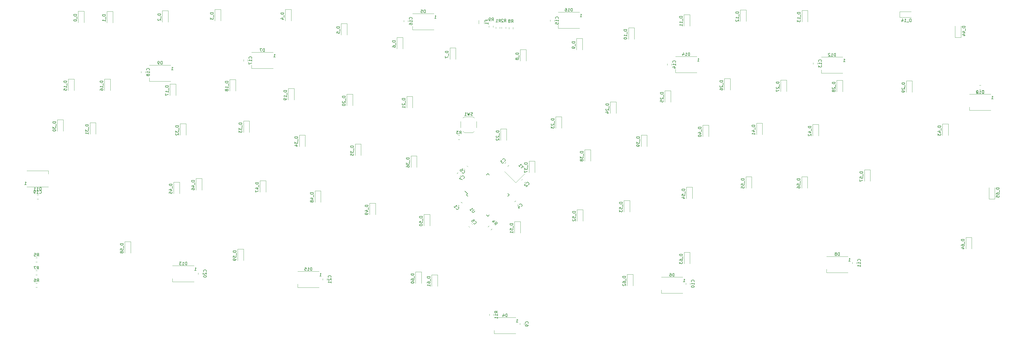
<source format=gbr>
%TF.GenerationSoftware,KiCad,Pcbnew,(5.1.6)-1*%
%TF.CreationDate,2020-07-28T20:53:14+02:00*%
%TF.ProjectId,Proyecto A,50726f79-6563-4746-9f20-412e6b696361,rev?*%
%TF.SameCoordinates,Original*%
%TF.FileFunction,Legend,Bot*%
%TF.FilePolarity,Positive*%
%FSLAX46Y46*%
G04 Gerber Fmt 4.6, Leading zero omitted, Abs format (unit mm)*
G04 Created by KiCad (PCBNEW (5.1.6)-1) date 2020-07-28 20:53:14*
%MOMM*%
%LPD*%
G01*
G04 APERTURE LIST*
%ADD10C,0.120000*%
%ADD11C,0.150000*%
G04 APERTURE END LIST*
D10*
%TO.C,R8*%
X233392400Y-1008079D02*
X233392400Y-490923D01*
X234812400Y-1008079D02*
X234812400Y-490923D01*
%TO.C,Y1*%
X238878721Y-50368421D02*
X235696740Y-53550402D01*
X235696740Y-53550402D02*
X231878363Y-49732025D01*
%TO.C,C21*%
X171296400Y-86826751D02*
X171296400Y-86304247D01*
X169876400Y-86826751D02*
X169876400Y-86304247D01*
%TO.C,C20*%
X128751400Y-84843252D02*
X128751400Y-84320748D01*
X127331400Y-84843252D02*
X127331400Y-84320748D01*
%TO.C,C19*%
X72803652Y-57710000D02*
X72281148Y-57710000D01*
X72803652Y-59130000D02*
X72281148Y-59130000D01*
%TO.C,C18*%
X109320400Y-16009252D02*
X109320400Y-15486748D01*
X107900400Y-16009252D02*
X107900400Y-15486748D01*
%TO.C,C17*%
X144245400Y-12023751D02*
X144245400Y-11501247D01*
X142825400Y-12023751D02*
X142825400Y-11501247D01*
%TO.C,C16*%
X198982400Y1389748D02*
X198982400Y1912252D01*
X197562400Y1389748D02*
X197562400Y1912252D01*
%TO.C,C15*%
X248893400Y1595247D02*
X248893400Y2117751D01*
X247473400Y1595247D02*
X247473400Y2117751D01*
%TO.C,C14*%
X288898400Y-13420751D02*
X288898400Y-12898247D01*
X287478400Y-13420751D02*
X287478400Y-12898247D01*
%TO.C,C13*%
X338682400Y-13088252D02*
X338682400Y-12565748D01*
X337262400Y-13088252D02*
X337262400Y-12565748D01*
%TO.C,C12*%
X393972148Y-21665000D02*
X394494652Y-21665000D01*
X393972148Y-20245000D02*
X394494652Y-20245000D01*
%TO.C,C11*%
X352017400Y-81238751D02*
X352017400Y-80716247D01*
X350597400Y-81238751D02*
X350597400Y-80716247D01*
%TO.C,C10*%
X295248400Y-88320752D02*
X295248400Y-87798248D01*
X293828400Y-88320752D02*
X293828400Y-87798248D01*
%TO.C,C9*%
X238606400Y-102066751D02*
X238606400Y-101544247D01*
X237186400Y-102066751D02*
X237186400Y-101544247D01*
%TO.C,C7*%
X216644713Y-51473779D02*
X217014179Y-51104313D01*
X215640621Y-50469687D02*
X216010087Y-50100221D01*
%TO.C,C6*%
X218010621Y-48764313D02*
X218380087Y-49133779D01*
X219014713Y-47760221D02*
X219384179Y-48129687D01*
%TO.C,C5*%
X220984179Y-67789687D02*
X220614713Y-67420221D01*
X219980087Y-68793779D02*
X219610621Y-68424313D01*
%TO.C,C4*%
X236319713Y-61073779D02*
X236689179Y-60704313D01*
X235315621Y-60069687D02*
X235685087Y-59700221D01*
%TO.C,C3*%
X232317174Y-46603134D02*
X231947708Y-46972600D01*
X233321266Y-47607226D02*
X232951800Y-47976692D01*
%TO.C,C2*%
X238694713Y-53663779D02*
X239064179Y-53294313D01*
X237690621Y-52659687D02*
X238060087Y-52290221D01*
%TO.C,C1*%
X216023534Y-61147226D02*
X216393000Y-61516692D01*
X217027626Y-60143134D02*
X217397092Y-60512600D01*
%TO.C,R11*%
X228137400Y-98958252D02*
X228137400Y-98435748D01*
X226717400Y-98958252D02*
X226717400Y-98435748D01*
%TO.C,R2*%
X230892400Y-883078D02*
X230892400Y-365922D01*
X232312400Y-883078D02*
X232312400Y-365922D01*
%TO.C,R1*%
X228917400Y-858078D02*
X228917400Y-340922D01*
X230337400Y-858078D02*
X230337400Y-340922D01*
%TO.C,D_63*%
X293177400Y-77317000D02*
X295177400Y-77317000D01*
X295177400Y-77317000D02*
X295177400Y-81217000D01*
X293177400Y-77317000D02*
X293177400Y-81217000D01*
%TO.C,R6*%
X72393478Y-87877000D02*
X71876322Y-87877000D01*
X72393478Y-89297000D02*
X71876322Y-89297000D01*
%TO.C,D_40*%
X299557528Y-33920961D02*
X301557528Y-33920961D01*
X301557528Y-33920961D02*
X301557528Y-37820961D01*
X299557528Y-33920961D02*
X299557528Y-37820961D01*
%TO.C,D_44*%
X387670000Y-3950000D02*
X387670000Y-50000D01*
X385670000Y-3950000D02*
X385670000Y-50000D01*
X387670000Y-3950000D02*
X385670000Y-3950000D01*
D11*
%TO.C,U1*%
X218889205Y-57729680D02*
X219295791Y-57323094D01*
X226207760Y-65048235D02*
X226685057Y-64570938D01*
X233526315Y-57729680D02*
X233049018Y-58206977D01*
X226207760Y-50411125D02*
X225730463Y-50888422D01*
X218889205Y-57729680D02*
X219366502Y-58206977D01*
X226207760Y-50411125D02*
X226685057Y-50888422D01*
X233526315Y-57729680D02*
X233049018Y-57252383D01*
X226207760Y-65048235D02*
X225730463Y-64570938D01*
X219295791Y-57323094D02*
X218394230Y-56421532D01*
D10*
%TO.C,SW1*%
X222370000Y-34740000D02*
X222370000Y-32660000D01*
X218200000Y-30980000D02*
X217710000Y-31470000D01*
X216930000Y-34740000D02*
X216930000Y-32660000D01*
X221100000Y-30980000D02*
X221590000Y-31470000D01*
X221100000Y-30980000D02*
X218200000Y-30980000D01*
X221100000Y-36420000D02*
X221590000Y-35930000D01*
X221100000Y-36420000D02*
X218200000Y-36420000D01*
X218200000Y-36420000D02*
X217710000Y-35930000D01*
%TO.C,R9*%
X226592400Y-433078D02*
X226592400Y84078D01*
X228012400Y-433078D02*
X228012400Y84078D01*
%TO.C,R7*%
X72373478Y-83607000D02*
X71856322Y-83607000D01*
X72373478Y-85027000D02*
X71856322Y-85027000D01*
%TO.C,R5*%
X72393478Y-79177000D02*
X71876322Y-79177000D01*
X72393478Y-80597000D02*
X71876322Y-80597000D01*
%TO.C,R4*%
X227246604Y-69671888D02*
X227612288Y-69306204D01*
X226242512Y-68667796D02*
X226608196Y-68302112D01*
%TO.C,R3*%
X216623479Y-37377000D02*
X216106323Y-37377000D01*
X216623479Y-38797000D02*
X216106323Y-38797000D01*
%TO.C,F1*%
X224960000Y697936D02*
X224960000Y1902064D01*
X223140000Y697936D02*
X223140000Y1902064D01*
%TO.C,D_65*%
X399250000Y-59150000D02*
X397250000Y-59150000D01*
X397250000Y-59150000D02*
X397250000Y-55250000D01*
X399250000Y-59150000D02*
X399250000Y-55250000D01*
%TO.C,D_64*%
X389350000Y-72250000D02*
X391350000Y-72250000D01*
X391350000Y-72250000D02*
X391350000Y-76150000D01*
X389350000Y-72250000D02*
X389350000Y-76150000D01*
%TO.C,D_62*%
X273768750Y-84868750D02*
X275768750Y-84868750D01*
X275768750Y-84868750D02*
X275768750Y-88768750D01*
X273768750Y-84868750D02*
X273768750Y-88768750D01*
%TO.C,D_61*%
X207050000Y-85000000D02*
X209050000Y-85000000D01*
X209050000Y-85000000D02*
X209050000Y-88900000D01*
X207050000Y-85000000D02*
X207050000Y-88900000D01*
%TO.C,D_60*%
X201550000Y-84000000D02*
X203550000Y-84000000D01*
X203550000Y-84000000D02*
X203550000Y-87900000D01*
X201550000Y-84000000D02*
X201550000Y-87900000D01*
%TO.C,D_59*%
X140807400Y-76197000D02*
X142807400Y-76197000D01*
X142807400Y-76197000D02*
X142807400Y-80097000D01*
X140807400Y-76197000D02*
X140807400Y-80097000D01*
%TO.C,D_58*%
X102318750Y-73693750D02*
X104318750Y-73693750D01*
X104318750Y-73693750D02*
X104318750Y-77593750D01*
X102318750Y-73693750D02*
X102318750Y-77593750D01*
%TO.C,D_57*%
X354731250Y-49150000D02*
X356731250Y-49150000D01*
X356731250Y-49150000D02*
X356731250Y-53050000D01*
X354731250Y-49150000D02*
X354731250Y-53050000D01*
%TO.C,D_56*%
X333300000Y-51531250D02*
X335300000Y-51531250D01*
X335300000Y-51531250D02*
X335300000Y-55431250D01*
X333300000Y-51531250D02*
X333300000Y-55431250D01*
%TO.C,D_55*%
X314250000Y-51531250D02*
X316250000Y-51531250D01*
X316250000Y-51531250D02*
X316250000Y-55431250D01*
X314250000Y-51531250D02*
X314250000Y-55431250D01*
%TO.C,D_54*%
X293980000Y-55100000D02*
X295980000Y-55100000D01*
X295980000Y-55100000D02*
X295980000Y-59000000D01*
X293980000Y-55100000D02*
X293980000Y-59000000D01*
%TO.C,D_53*%
X272650000Y-59600000D02*
X274650000Y-59600000D01*
X274650000Y-59600000D02*
X274650000Y-63500000D01*
X272650000Y-59600000D02*
X272650000Y-63500000D01*
%TO.C,D_52*%
X256650000Y-62740000D02*
X258650000Y-62740000D01*
X258650000Y-62740000D02*
X258650000Y-66640000D01*
X256650000Y-62740000D02*
X256650000Y-66640000D01*
%TO.C,D_51*%
X235300000Y-66850000D02*
X237300000Y-66850000D01*
X237300000Y-66850000D02*
X237300000Y-70750000D01*
X235300000Y-66850000D02*
X235300000Y-70750000D01*
%TO.C,D_50*%
X204400000Y-64400000D02*
X206400000Y-64400000D01*
X206400000Y-64400000D02*
X206400000Y-68300000D01*
X204400000Y-64400000D02*
X204400000Y-68300000D01*
%TO.C,D_49*%
X185850000Y-60550000D02*
X187850000Y-60550000D01*
X187850000Y-60550000D02*
X187850000Y-64450000D01*
X185850000Y-60550000D02*
X185850000Y-64450000D01*
%TO.C,D_48*%
X167200000Y-56300000D02*
X169200000Y-56300000D01*
X169200000Y-56300000D02*
X169200000Y-60200000D01*
X167200000Y-56300000D02*
X167200000Y-60200000D01*
%TO.C,D_47*%
X148450000Y-52850000D02*
X150450000Y-52850000D01*
X150450000Y-52850000D02*
X150450000Y-56750000D01*
X148450000Y-52850000D02*
X148450000Y-56750000D01*
%TO.C,D_46*%
X126620000Y-52140000D02*
X128620000Y-52140000D01*
X128620000Y-52140000D02*
X128620000Y-56040000D01*
X126620000Y-52140000D02*
X126620000Y-56040000D01*
%TO.C,D_45*%
X118987500Y-53350000D02*
X120987500Y-53350000D01*
X120987500Y-53350000D02*
X120987500Y-57250000D01*
X118987500Y-53350000D02*
X118987500Y-57250000D01*
%TO.C,D_43*%
X381350000Y-33500000D02*
X383350000Y-33500000D01*
X383350000Y-33500000D02*
X383350000Y-37400000D01*
X381350000Y-33500000D02*
X381350000Y-37400000D01*
%TO.C,D_42*%
X337100000Y-33630000D02*
X339100000Y-33630000D01*
X339100000Y-33630000D02*
X339100000Y-37530000D01*
X337100000Y-33630000D02*
X337100000Y-37530000D01*
%TO.C,D_41*%
X317900000Y-33250000D02*
X319900000Y-33250000D01*
X319900000Y-33250000D02*
X319900000Y-37150000D01*
X317900000Y-33250000D02*
X317900000Y-37150000D01*
%TO.C,D_39*%
X278531250Y-37243750D02*
X280531250Y-37243750D01*
X280531250Y-37243750D02*
X280531250Y-41143750D01*
X278531250Y-37243750D02*
X278531250Y-41143750D01*
%TO.C,D_38*%
X259270000Y-42240000D02*
X261270000Y-42240000D01*
X261270000Y-42240000D02*
X261270000Y-46140000D01*
X259270000Y-42240000D02*
X259270000Y-46140000D01*
%TO.C,D_37*%
X240250000Y-46150000D02*
X242250000Y-46150000D01*
X242250000Y-46150000D02*
X242250000Y-50050000D01*
X240250000Y-46150000D02*
X240250000Y-50050000D01*
%TO.C,D_36*%
X199950000Y-44387500D02*
X201950000Y-44387500D01*
X201950000Y-44387500D02*
X201950000Y-48287500D01*
X199950000Y-44387500D02*
X199950000Y-48287500D01*
%TO.C,D_35*%
X180900000Y-40356250D02*
X182900000Y-40356250D01*
X182900000Y-40356250D02*
X182900000Y-44256250D01*
X180900000Y-40356250D02*
X180900000Y-44256250D01*
%TO.C,D_34*%
X161850000Y-37243750D02*
X163850000Y-37243750D01*
X163850000Y-37243750D02*
X163850000Y-41143750D01*
X161850000Y-37243750D02*
X161850000Y-41143750D01*
%TO.C,D_33*%
X142800000Y-32481250D02*
X144800000Y-32481250D01*
X144800000Y-32481250D02*
X144800000Y-36381250D01*
X142800000Y-32481250D02*
X142800000Y-36381250D01*
%TO.C,D_32*%
X121170000Y-33410000D02*
X123170000Y-33410000D01*
X123170000Y-33410000D02*
X123170000Y-37310000D01*
X121170000Y-33410000D02*
X121170000Y-37310000D01*
%TO.C,D_31*%
X90410000Y-33050000D02*
X92410000Y-33050000D01*
X92410000Y-33050000D02*
X92410000Y-36950000D01*
X90410000Y-33050000D02*
X90410000Y-36950000D01*
%TO.C,D_30*%
X79250000Y-32050000D02*
X81250000Y-32050000D01*
X81250000Y-32050000D02*
X81250000Y-35950000D01*
X79250000Y-32050000D02*
X79250000Y-35950000D01*
%TO.C,D_29*%
X369049999Y-18743750D02*
X371049999Y-18743750D01*
X371049999Y-18743750D02*
X371049999Y-22643750D01*
X369049999Y-18743750D02*
X369049999Y-22643750D01*
%TO.C,D_28*%
X345289074Y-18570545D02*
X347289074Y-18570545D01*
X347289074Y-18570545D02*
X347289074Y-22470545D01*
X345289074Y-18570545D02*
X345289074Y-22470545D01*
%TO.C,D_27*%
X326175000Y-18475000D02*
X328175000Y-18475000D01*
X328175000Y-18475000D02*
X328175000Y-22375000D01*
X326175000Y-18475000D02*
X326175000Y-22375000D01*
%TO.C,D_26*%
X306930000Y-18015001D02*
X308930000Y-18015001D01*
X308930000Y-18015001D02*
X308930000Y-21915001D01*
X306930000Y-18015001D02*
X306930000Y-21915001D01*
%TO.C,D_25*%
X286625000Y-22100000D02*
X288625000Y-22100000D01*
X288625000Y-22100000D02*
X288625000Y-26000000D01*
X286625000Y-22100000D02*
X286625000Y-26000000D01*
%TO.C,D_24*%
X268000000Y-25950000D02*
X270000000Y-25950000D01*
X270000000Y-25950000D02*
X270000000Y-29850000D01*
X268000000Y-25950000D02*
X268000000Y-29850000D01*
%TO.C,D_23*%
X249350000Y-31025000D02*
X251350000Y-31025000D01*
X251350000Y-31025000D02*
X251350000Y-34925000D01*
X249350000Y-31025000D02*
X249350000Y-34925000D01*
%TO.C,D_22*%
X230575000Y-35175000D02*
X232575000Y-35175000D01*
X232575000Y-35175000D02*
X232575000Y-39075000D01*
X230575000Y-35175000D02*
X230575000Y-39075000D01*
%TO.C,D_21*%
X198520000Y-24110000D02*
X200520000Y-24110000D01*
X200520000Y-24110000D02*
X200520000Y-28010000D01*
X198520000Y-24110000D02*
X198520000Y-28010000D01*
%TO.C,D_20*%
X178100000Y-23350000D02*
X180100000Y-23350000D01*
X180100000Y-23350000D02*
X180100000Y-27250000D01*
X178100000Y-23350000D02*
X178100000Y-27250000D01*
%TO.C,D_19*%
X158075000Y-21375000D02*
X160075000Y-21375000D01*
X160075000Y-21375000D02*
X160075000Y-25275000D01*
X158075000Y-21375000D02*
X158075000Y-25275000D01*
%TO.C,D_18*%
X138127400Y-18287000D02*
X140127400Y-18287000D01*
X140127400Y-18287000D02*
X140127400Y-22187000D01*
X138127400Y-18287000D02*
X138127400Y-22187000D01*
%TO.C,D_17*%
X117700000Y-19800000D02*
X119700000Y-19800000D01*
X119700000Y-19800000D02*
X119700000Y-23700000D01*
X117700000Y-19800000D02*
X117700000Y-23700000D01*
%TO.C,D_16*%
X95375000Y-18150000D02*
X97375000Y-18150000D01*
X97375000Y-18150000D02*
X97375000Y-22050000D01*
X95375000Y-18150000D02*
X95375000Y-22050000D01*
%TO.C,D_15*%
X83000000Y-18150000D02*
X85000000Y-18150000D01*
X85000000Y-18150000D02*
X85000000Y-22050000D01*
X83000000Y-18150000D02*
X83000000Y-22050000D01*
%TO.C,D_14*%
X366800000Y2900000D02*
X366800000Y4900000D01*
X366800000Y4900000D02*
X370700000Y4900000D01*
X366800000Y2900000D02*
X370700000Y2900000D01*
%TO.C,D_13*%
X333400000Y5300000D02*
X335400000Y5300000D01*
X335400000Y5300000D02*
X335400000Y1400000D01*
X333400000Y5300000D02*
X333400000Y1400000D01*
%TO.C,D_12*%
X312350000Y5450000D02*
X314350000Y5450000D01*
X314350000Y5450000D02*
X314350000Y1550000D01*
X312350000Y5450000D02*
X312350000Y1550000D01*
%TO.C,D_11*%
X293150000Y3900000D02*
X295150000Y3900000D01*
X295150000Y3900000D02*
X295150000Y0D01*
X293150000Y3900000D02*
X293150000Y0D01*
%TO.C,D_10*%
X274200000Y-600000D02*
X276200000Y-600000D01*
X276200000Y-600000D02*
X276200000Y-4500000D01*
X274200000Y-600000D02*
X274200000Y-4500000D01*
%TO.C,D_9*%
X256500000Y-4250000D02*
X258500000Y-4250000D01*
X258500000Y-4250000D02*
X258500000Y-8150000D01*
X256500000Y-4250000D02*
X256500000Y-8150000D01*
%TO.C,D_8*%
X237250000Y-8100000D02*
X239250000Y-8100000D01*
X239250000Y-8100000D02*
X239250000Y-12000000D01*
X237250000Y-8100000D02*
X237250000Y-12000000D01*
%TO.C,D_7*%
X213240000Y-7510000D02*
X215240000Y-7510000D01*
X215240000Y-7510000D02*
X215240000Y-11410000D01*
X213240000Y-7510000D02*
X213240000Y-11410000D01*
%TO.C,D_6*%
X195187500Y-3906250D02*
X197187500Y-3906250D01*
X197187500Y-3906250D02*
X197187500Y-7806250D01*
X195187500Y-3906250D02*
X195187500Y-7806250D01*
%TO.C,D_5*%
X176137500Y856250D02*
X178137500Y856250D01*
X178137500Y856250D02*
X178137500Y-3043750D01*
X176137500Y856250D02*
X176137500Y-3043750D01*
%TO.C,D_4*%
X157087500Y5618750D02*
X159087500Y5618750D01*
X159087500Y5618750D02*
X159087500Y1718750D01*
X157087500Y5618750D02*
X157087500Y1718750D01*
%TO.C,D_3*%
X133050000Y5650000D02*
X135050000Y5650000D01*
X135050000Y5650000D02*
X135050000Y1750000D01*
X133050000Y5650000D02*
X133050000Y1750000D01*
%TO.C,D_2*%
X115100000Y5250000D02*
X117100000Y5250000D01*
X117100000Y5250000D02*
X117100000Y1350000D01*
X115100000Y5250000D02*
X115100000Y1350000D01*
%TO.C,D_1*%
X96200000Y5000000D02*
X98200000Y5000000D01*
X98200000Y5000000D02*
X98200000Y1100000D01*
X96200000Y5000000D02*
X96200000Y1100000D01*
%TO.C,D_0*%
X86400000Y5050000D02*
X88400000Y5050000D01*
X88400000Y5050000D02*
X88400000Y1150000D01*
X86400000Y5050000D02*
X86400000Y1150000D01*
%TO.C,D16*%
X257477400Y4713000D02*
X250177400Y4713000D01*
X257477400Y-787000D02*
X250177400Y-787000D01*
X250177400Y-787000D02*
X250177400Y363000D01*
%TO.C,D15*%
X168577400Y-83837000D02*
X161277400Y-83837000D01*
X168577400Y-89337000D02*
X161277400Y-89337000D01*
X161277400Y-89337000D02*
X161277400Y-88187000D01*
%TO.C,D14*%
X297527400Y-10437000D02*
X290227400Y-10437000D01*
X297527400Y-15937000D02*
X290227400Y-15937000D01*
X290227400Y-15937000D02*
X290227400Y-14787000D01*
%TO.C,D13*%
X125877400Y-81937000D02*
X118577400Y-81937000D01*
X125877400Y-87437000D02*
X118577400Y-87437000D01*
X118577400Y-87437000D02*
X118577400Y-86287000D01*
%TO.C,D12*%
X347327400Y-10637000D02*
X340027400Y-10637000D01*
X347327400Y-16137000D02*
X340027400Y-16137000D01*
X340027400Y-16137000D02*
X340027400Y-14987000D01*
%TO.C,D11*%
X68877400Y-54937000D02*
X76177400Y-54937000D01*
X68877400Y-49437000D02*
X76177400Y-49437000D01*
X76177400Y-49437000D02*
X76177400Y-50587000D01*
%TO.C,D10*%
X397877400Y-23337000D02*
X390577400Y-23337000D01*
X397877400Y-28837000D02*
X390577400Y-28837000D01*
X390577400Y-28837000D02*
X390577400Y-27687000D01*
%TO.C,D9*%
X117977400Y-13387000D02*
X110677400Y-13387000D01*
X117977400Y-18887000D02*
X110677400Y-18887000D01*
X110677400Y-18887000D02*
X110677400Y-17737000D01*
%TO.C,D8*%
X349127400Y-78737000D02*
X341827400Y-78737000D01*
X349127400Y-84237000D02*
X341827400Y-84237000D01*
X341827400Y-84237000D02*
X341827400Y-83087000D01*
%TO.C,D7*%
X152877400Y-9037000D02*
X145577400Y-9037000D01*
X152877400Y-14537000D02*
X145577400Y-14537000D01*
X145577400Y-14537000D02*
X145577400Y-13387000D01*
%TO.C,D6*%
X292677400Y-85837000D02*
X285377400Y-85837000D01*
X292677400Y-91337000D02*
X285377400Y-91337000D01*
X285377400Y-91337000D02*
X285377400Y-90187000D01*
%TO.C,D5*%
X207777400Y4213000D02*
X200477400Y4213000D01*
X207777400Y-1287000D02*
X200477400Y-1287000D01*
X200477400Y-1287000D02*
X200477400Y-137000D01*
%TO.C,D4*%
X235677400Y-99637000D02*
X228377400Y-99637000D01*
X235677400Y-105137000D02*
X228377400Y-105137000D01*
X228377400Y-105137000D02*
X228377400Y-103987000D01*
%TO.C,R8*%
D11*
X234182466Y1184618D02*
X234515800Y1660808D01*
X234753895Y1184618D02*
X234753895Y2184618D01*
X234372942Y2184618D01*
X234277704Y2136999D01*
X234230085Y2089379D01*
X234182466Y1994141D01*
X234182466Y1851284D01*
X234230085Y1756046D01*
X234277704Y1708427D01*
X234372942Y1660808D01*
X234753895Y1660808D01*
X233611038Y1756046D02*
X233706276Y1803665D01*
X233753895Y1851284D01*
X233801514Y1946522D01*
X233801514Y1994141D01*
X233753895Y2089379D01*
X233706276Y2136999D01*
X233611038Y2184618D01*
X233420561Y2184618D01*
X233325323Y2136999D01*
X233277704Y2089379D01*
X233230085Y1994141D01*
X233230085Y1946522D01*
X233277704Y1851284D01*
X233325323Y1803665D01*
X233420561Y1756046D01*
X233611038Y1756046D01*
X233706276Y1708427D01*
X233753895Y1660808D01*
X233801514Y1565570D01*
X233801514Y1375094D01*
X233753895Y1279856D01*
X233706276Y1232237D01*
X233611038Y1184618D01*
X233420561Y1184618D01*
X233325323Y1232237D01*
X233277704Y1279856D01*
X233230085Y1375094D01*
X233230085Y1565570D01*
X233277704Y1660808D01*
X233325323Y1708427D01*
X233420561Y1756046D01*
%TO.C,Y1*%
X237888771Y-48213428D02*
X237552053Y-48550146D01*
X238494862Y-48078741D02*
X237888771Y-48213428D01*
X238023458Y-47607337D01*
X236710260Y-47708352D02*
X237114321Y-48112413D01*
X236912290Y-47910382D02*
X237619397Y-47203276D01*
X237585725Y-47371634D01*
X237585725Y-47506321D01*
X237619397Y-47607337D01*
%TO.C,C21*%
X172593542Y-85922641D02*
X172641161Y-85875022D01*
X172688780Y-85732165D01*
X172688780Y-85636927D01*
X172641161Y-85494070D01*
X172545923Y-85398832D01*
X172450685Y-85351213D01*
X172260209Y-85303594D01*
X172117352Y-85303594D01*
X171926876Y-85351213D01*
X171831638Y-85398832D01*
X171736400Y-85494070D01*
X171688780Y-85636927D01*
X171688780Y-85732165D01*
X171736400Y-85875022D01*
X171784019Y-85922641D01*
X171784019Y-86303594D02*
X171736400Y-86351213D01*
X171688780Y-86446451D01*
X171688780Y-86684546D01*
X171736400Y-86779784D01*
X171784019Y-86827403D01*
X171879257Y-86875022D01*
X171974495Y-86875022D01*
X172117352Y-86827403D01*
X172688780Y-86255975D01*
X172688780Y-86875022D01*
X172688780Y-87827403D02*
X172688780Y-87255975D01*
X172688780Y-87541689D02*
X171688780Y-87541689D01*
X171831638Y-87446451D01*
X171926876Y-87351213D01*
X171974495Y-87255975D01*
%TO.C,C20*%
X130048542Y-83939142D02*
X130096161Y-83891523D01*
X130143780Y-83748666D01*
X130143780Y-83653428D01*
X130096161Y-83510571D01*
X130000923Y-83415333D01*
X129905685Y-83367714D01*
X129715209Y-83320095D01*
X129572352Y-83320095D01*
X129381876Y-83367714D01*
X129286638Y-83415333D01*
X129191400Y-83510571D01*
X129143780Y-83653428D01*
X129143780Y-83748666D01*
X129191400Y-83891523D01*
X129239019Y-83939142D01*
X129239019Y-84320095D02*
X129191400Y-84367714D01*
X129143780Y-84462952D01*
X129143780Y-84701047D01*
X129191400Y-84796285D01*
X129239019Y-84843904D01*
X129334257Y-84891523D01*
X129429495Y-84891523D01*
X129572352Y-84843904D01*
X130143780Y-84272476D01*
X130143780Y-84891523D01*
X129143780Y-85510571D02*
X129143780Y-85605809D01*
X129191400Y-85701047D01*
X129239019Y-85748666D01*
X129334257Y-85796285D01*
X129524733Y-85843904D01*
X129762828Y-85843904D01*
X129953304Y-85796285D01*
X130048542Y-85748666D01*
X130096161Y-85701047D01*
X130143780Y-85605809D01*
X130143780Y-85510571D01*
X130096161Y-85415333D01*
X130048542Y-85367714D01*
X129953304Y-85320095D01*
X129762828Y-85272476D01*
X129524733Y-85272476D01*
X129334257Y-85320095D01*
X129239019Y-85367714D01*
X129191400Y-85415333D01*
X129143780Y-85510571D01*
%TO.C,C19*%
X73185257Y-57127142D02*
X73232876Y-57174761D01*
X73375733Y-57222380D01*
X73470971Y-57222380D01*
X73613828Y-57174761D01*
X73709066Y-57079523D01*
X73756685Y-56984285D01*
X73804304Y-56793809D01*
X73804304Y-56650952D01*
X73756685Y-56460476D01*
X73709066Y-56365238D01*
X73613828Y-56270000D01*
X73470971Y-56222380D01*
X73375733Y-56222380D01*
X73232876Y-56270000D01*
X73185257Y-56317619D01*
X72232876Y-57222380D02*
X72804304Y-57222380D01*
X72518590Y-57222380D02*
X72518590Y-56222380D01*
X72613828Y-56365238D01*
X72709066Y-56460476D01*
X72804304Y-56508095D01*
X71756685Y-57222380D02*
X71566209Y-57222380D01*
X71470971Y-57174761D01*
X71423352Y-57127142D01*
X71328114Y-56984285D01*
X71280495Y-56793809D01*
X71280495Y-56412857D01*
X71328114Y-56317619D01*
X71375733Y-56270000D01*
X71470971Y-56222380D01*
X71661447Y-56222380D01*
X71756685Y-56270000D01*
X71804304Y-56317619D01*
X71851923Y-56412857D01*
X71851923Y-56650952D01*
X71804304Y-56746190D01*
X71756685Y-56793809D01*
X71661447Y-56841428D01*
X71470971Y-56841428D01*
X71375733Y-56793809D01*
X71328114Y-56746190D01*
X71280495Y-56650952D01*
%TO.C,C18*%
X110617542Y-15105142D02*
X110665161Y-15057523D01*
X110712780Y-14914666D01*
X110712780Y-14819428D01*
X110665161Y-14676571D01*
X110569923Y-14581333D01*
X110474685Y-14533714D01*
X110284209Y-14486095D01*
X110141352Y-14486095D01*
X109950876Y-14533714D01*
X109855638Y-14581333D01*
X109760400Y-14676571D01*
X109712780Y-14819428D01*
X109712780Y-14914666D01*
X109760400Y-15057523D01*
X109808019Y-15105142D01*
X110712780Y-16057523D02*
X110712780Y-15486095D01*
X110712780Y-15771809D02*
X109712780Y-15771809D01*
X109855638Y-15676571D01*
X109950876Y-15581333D01*
X109998495Y-15486095D01*
X110141352Y-16628952D02*
X110093733Y-16533714D01*
X110046114Y-16486095D01*
X109950876Y-16438476D01*
X109903257Y-16438476D01*
X109808019Y-16486095D01*
X109760400Y-16533714D01*
X109712780Y-16628952D01*
X109712780Y-16819428D01*
X109760400Y-16914666D01*
X109808019Y-16962285D01*
X109903257Y-17009904D01*
X109950876Y-17009904D01*
X110046114Y-16962285D01*
X110093733Y-16914666D01*
X110141352Y-16819428D01*
X110141352Y-16628952D01*
X110188971Y-16533714D01*
X110236590Y-16486095D01*
X110331828Y-16438476D01*
X110522304Y-16438476D01*
X110617542Y-16486095D01*
X110665161Y-16533714D01*
X110712780Y-16628952D01*
X110712780Y-16819428D01*
X110665161Y-16914666D01*
X110617542Y-16962285D01*
X110522304Y-17009904D01*
X110331828Y-17009904D01*
X110236590Y-16962285D01*
X110188971Y-16914666D01*
X110141352Y-16819428D01*
%TO.C,C17*%
X145542542Y-11119641D02*
X145590161Y-11072022D01*
X145637780Y-10929165D01*
X145637780Y-10833927D01*
X145590161Y-10691070D01*
X145494923Y-10595832D01*
X145399685Y-10548213D01*
X145209209Y-10500594D01*
X145066352Y-10500594D01*
X144875876Y-10548213D01*
X144780638Y-10595832D01*
X144685400Y-10691070D01*
X144637780Y-10833927D01*
X144637780Y-10929165D01*
X144685400Y-11072022D01*
X144733019Y-11119641D01*
X145637780Y-12072022D02*
X145637780Y-11500594D01*
X145637780Y-11786308D02*
X144637780Y-11786308D01*
X144780638Y-11691070D01*
X144875876Y-11595832D01*
X144923495Y-11500594D01*
X144637780Y-12405356D02*
X144637780Y-13072022D01*
X145637780Y-12643451D01*
%TO.C,C16*%
X200279542Y2293857D02*
X200327161Y2341476D01*
X200374780Y2484333D01*
X200374780Y2579571D01*
X200327161Y2722428D01*
X200231923Y2817666D01*
X200136685Y2865285D01*
X199946209Y2912904D01*
X199803352Y2912904D01*
X199612876Y2865285D01*
X199517638Y2817666D01*
X199422400Y2722428D01*
X199374780Y2579571D01*
X199374780Y2484333D01*
X199422400Y2341476D01*
X199470019Y2293857D01*
X200374780Y1341476D02*
X200374780Y1912904D01*
X200374780Y1627190D02*
X199374780Y1627190D01*
X199517638Y1722428D01*
X199612876Y1817666D01*
X199660495Y1912904D01*
X199374780Y484333D02*
X199374780Y674809D01*
X199422400Y770047D01*
X199470019Y817666D01*
X199612876Y912904D01*
X199803352Y960523D01*
X200184304Y960523D01*
X200279542Y912904D01*
X200327161Y865285D01*
X200374780Y770047D01*
X200374780Y579571D01*
X200327161Y484333D01*
X200279542Y436714D01*
X200184304Y389095D01*
X199946209Y389095D01*
X199850971Y436714D01*
X199803352Y484333D01*
X199755733Y579571D01*
X199755733Y770047D01*
X199803352Y865285D01*
X199850971Y912904D01*
X199946209Y960523D01*
%TO.C,C15*%
X250190542Y2499356D02*
X250238161Y2546975D01*
X250285780Y2689832D01*
X250285780Y2785070D01*
X250238161Y2927927D01*
X250142923Y3023165D01*
X250047685Y3070784D01*
X249857209Y3118403D01*
X249714352Y3118403D01*
X249523876Y3070784D01*
X249428638Y3023165D01*
X249333400Y2927927D01*
X249285780Y2785070D01*
X249285780Y2689832D01*
X249333400Y2546975D01*
X249381019Y2499356D01*
X250285780Y1546975D02*
X250285780Y2118403D01*
X250285780Y1832689D02*
X249285780Y1832689D01*
X249428638Y1927927D01*
X249523876Y2023165D01*
X249571495Y2118403D01*
X249285780Y642213D02*
X249285780Y1118403D01*
X249761971Y1166022D01*
X249714352Y1118403D01*
X249666733Y1023165D01*
X249666733Y785070D01*
X249714352Y689832D01*
X249761971Y642213D01*
X249857209Y594594D01*
X250095304Y594594D01*
X250190542Y642213D01*
X250238161Y689832D01*
X250285780Y785070D01*
X250285780Y1023165D01*
X250238161Y1118403D01*
X250190542Y1166022D01*
%TO.C,C14*%
X290195542Y-12516641D02*
X290243161Y-12469022D01*
X290290780Y-12326165D01*
X290290780Y-12230927D01*
X290243161Y-12088070D01*
X290147923Y-11992832D01*
X290052685Y-11945213D01*
X289862209Y-11897594D01*
X289719352Y-11897594D01*
X289528876Y-11945213D01*
X289433638Y-11992832D01*
X289338400Y-12088070D01*
X289290780Y-12230927D01*
X289290780Y-12326165D01*
X289338400Y-12469022D01*
X289386019Y-12516641D01*
X290290780Y-13469022D02*
X290290780Y-12897594D01*
X290290780Y-13183308D02*
X289290780Y-13183308D01*
X289433638Y-13088070D01*
X289528876Y-12992832D01*
X289576495Y-12897594D01*
X289624114Y-14326165D02*
X290290780Y-14326165D01*
X289243161Y-14088070D02*
X289957447Y-13849975D01*
X289957447Y-14469022D01*
%TO.C,C13*%
X339979542Y-12184142D02*
X340027161Y-12136523D01*
X340074780Y-11993666D01*
X340074780Y-11898428D01*
X340027161Y-11755571D01*
X339931923Y-11660333D01*
X339836685Y-11612714D01*
X339646209Y-11565095D01*
X339503352Y-11565095D01*
X339312876Y-11612714D01*
X339217638Y-11660333D01*
X339122400Y-11755571D01*
X339074780Y-11898428D01*
X339074780Y-11993666D01*
X339122400Y-12136523D01*
X339170019Y-12184142D01*
X340074780Y-13136523D02*
X340074780Y-12565095D01*
X340074780Y-12850809D02*
X339074780Y-12850809D01*
X339217638Y-12755571D01*
X339312876Y-12660333D01*
X339360495Y-12565095D01*
X339074780Y-13469857D02*
X339074780Y-14088904D01*
X339455733Y-13755571D01*
X339455733Y-13898428D01*
X339503352Y-13993666D01*
X339550971Y-14041285D01*
X339646209Y-14088904D01*
X339884304Y-14088904D01*
X339979542Y-14041285D01*
X340027161Y-13993666D01*
X340074780Y-13898428D01*
X340074780Y-13612714D01*
X340027161Y-13517476D01*
X339979542Y-13469857D01*
%TO.C,C12*%
X394876257Y-22962142D02*
X394923876Y-23009761D01*
X395066733Y-23057380D01*
X395161971Y-23057380D01*
X395304828Y-23009761D01*
X395400066Y-22914523D01*
X395447685Y-22819285D01*
X395495304Y-22628809D01*
X395495304Y-22485952D01*
X395447685Y-22295476D01*
X395400066Y-22200238D01*
X395304828Y-22105000D01*
X395161971Y-22057380D01*
X395066733Y-22057380D01*
X394923876Y-22105000D01*
X394876257Y-22152619D01*
X393923876Y-23057380D02*
X394495304Y-23057380D01*
X394209590Y-23057380D02*
X394209590Y-22057380D01*
X394304828Y-22200238D01*
X394400066Y-22295476D01*
X394495304Y-22343095D01*
X393542923Y-22152619D02*
X393495304Y-22105000D01*
X393400066Y-22057380D01*
X393161971Y-22057380D01*
X393066733Y-22105000D01*
X393019114Y-22152619D01*
X392971495Y-22247857D01*
X392971495Y-22343095D01*
X393019114Y-22485952D01*
X393590542Y-23057380D01*
X392971495Y-23057380D01*
%TO.C,C11*%
X353314542Y-80334641D02*
X353362161Y-80287022D01*
X353409780Y-80144165D01*
X353409780Y-80048927D01*
X353362161Y-79906070D01*
X353266923Y-79810832D01*
X353171685Y-79763213D01*
X352981209Y-79715594D01*
X352838352Y-79715594D01*
X352647876Y-79763213D01*
X352552638Y-79810832D01*
X352457400Y-79906070D01*
X352409780Y-80048927D01*
X352409780Y-80144165D01*
X352457400Y-80287022D01*
X352505019Y-80334641D01*
X353409780Y-81287022D02*
X353409780Y-80715594D01*
X353409780Y-81001308D02*
X352409780Y-81001308D01*
X352552638Y-80906070D01*
X352647876Y-80810832D01*
X352695495Y-80715594D01*
X353409780Y-82239403D02*
X353409780Y-81667975D01*
X353409780Y-81953689D02*
X352409780Y-81953689D01*
X352552638Y-81858451D01*
X352647876Y-81763213D01*
X352695495Y-81667975D01*
%TO.C,C10*%
X296545542Y-87416642D02*
X296593161Y-87369023D01*
X296640780Y-87226166D01*
X296640780Y-87130928D01*
X296593161Y-86988071D01*
X296497923Y-86892833D01*
X296402685Y-86845214D01*
X296212209Y-86797595D01*
X296069352Y-86797595D01*
X295878876Y-86845214D01*
X295783638Y-86892833D01*
X295688400Y-86988071D01*
X295640780Y-87130928D01*
X295640780Y-87226166D01*
X295688400Y-87369023D01*
X295736019Y-87416642D01*
X296640780Y-88369023D02*
X296640780Y-87797595D01*
X296640780Y-88083309D02*
X295640780Y-88083309D01*
X295783638Y-87988071D01*
X295878876Y-87892833D01*
X295926495Y-87797595D01*
X295640780Y-88988071D02*
X295640780Y-89083309D01*
X295688400Y-89178547D01*
X295736019Y-89226166D01*
X295831257Y-89273785D01*
X296021733Y-89321404D01*
X296259828Y-89321404D01*
X296450304Y-89273785D01*
X296545542Y-89226166D01*
X296593161Y-89178547D01*
X296640780Y-89083309D01*
X296640780Y-88988071D01*
X296593161Y-88892833D01*
X296545542Y-88845214D01*
X296450304Y-88797595D01*
X296259828Y-88749976D01*
X296021733Y-88749976D01*
X295831257Y-88797595D01*
X295736019Y-88845214D01*
X295688400Y-88892833D01*
X295640780Y-88988071D01*
%TO.C,C9*%
X239903542Y-101638832D02*
X239951161Y-101591213D01*
X239998780Y-101448356D01*
X239998780Y-101353118D01*
X239951161Y-101210260D01*
X239855923Y-101115022D01*
X239760685Y-101067403D01*
X239570209Y-101019784D01*
X239427352Y-101019784D01*
X239236876Y-101067403D01*
X239141638Y-101115022D01*
X239046400Y-101210260D01*
X238998780Y-101353118D01*
X238998780Y-101448356D01*
X239046400Y-101591213D01*
X239094019Y-101638832D01*
X239998780Y-102115022D02*
X239998780Y-102305499D01*
X239951161Y-102400737D01*
X239903542Y-102448356D01*
X239760685Y-102543594D01*
X239570209Y-102591213D01*
X239189257Y-102591213D01*
X239094019Y-102543594D01*
X239046400Y-102495975D01*
X238998780Y-102400737D01*
X238998780Y-102210260D01*
X239046400Y-102115022D01*
X239094019Y-102067403D01*
X239189257Y-102019784D01*
X239427352Y-102019784D01*
X239522590Y-102067403D01*
X239570209Y-102115022D01*
X239617828Y-102210260D01*
X239617828Y-102400737D01*
X239570209Y-102495975D01*
X239522590Y-102543594D01*
X239427352Y-102591213D01*
%TO.C,C7*%
X217864515Y-52088413D02*
X217931858Y-52088413D01*
X218066545Y-52021069D01*
X218133889Y-51953726D01*
X218201232Y-51819038D01*
X218201232Y-51684351D01*
X218167561Y-51583336D01*
X218066545Y-51414977D01*
X217965530Y-51313962D01*
X217797171Y-51212947D01*
X217696156Y-51179275D01*
X217561469Y-51179275D01*
X217426782Y-51246619D01*
X217359438Y-51313962D01*
X217292095Y-51448649D01*
X217292095Y-51515993D01*
X216989049Y-51684351D02*
X216517645Y-52155756D01*
X217527797Y-52559817D01*
%TO.C,C6*%
X217395986Y-49984115D02*
X217395986Y-50051458D01*
X217463330Y-50186145D01*
X217530674Y-50253489D01*
X217665361Y-50320832D01*
X217800048Y-50320832D01*
X217901063Y-50287161D01*
X218069422Y-50186145D01*
X218170437Y-50085130D01*
X218271452Y-49916771D01*
X218305124Y-49815756D01*
X218305124Y-49681069D01*
X218237780Y-49546382D01*
X218170437Y-49479038D01*
X218035750Y-49411695D01*
X217968406Y-49411695D01*
X217429658Y-48738260D02*
X217564345Y-48872947D01*
X217598017Y-48973962D01*
X217598017Y-49041306D01*
X217564345Y-49209664D01*
X217463330Y-49378023D01*
X217193956Y-49647397D01*
X217092941Y-49681069D01*
X217025597Y-49681069D01*
X216924582Y-49647397D01*
X216789895Y-49512710D01*
X216756223Y-49411695D01*
X216756223Y-49344351D01*
X216789895Y-49243336D01*
X216958254Y-49074977D01*
X217059269Y-49041306D01*
X217126612Y-49041306D01*
X217227628Y-49074977D01*
X217362315Y-49209664D01*
X217395986Y-49310680D01*
X217395986Y-49378023D01*
X217362315Y-49479038D01*
%TO.C,C5*%
X221329438Y-67310663D02*
X221329438Y-67378006D01*
X221396782Y-67512693D01*
X221464126Y-67580037D01*
X221598813Y-67647380D01*
X221733500Y-67647380D01*
X221834515Y-67613709D01*
X222002874Y-67512693D01*
X222103889Y-67411678D01*
X222204904Y-67243319D01*
X222238576Y-67142304D01*
X222238576Y-67007617D01*
X222171232Y-66872930D01*
X222103889Y-66805586D01*
X221969202Y-66738243D01*
X221901858Y-66738243D01*
X221329438Y-66031136D02*
X221666156Y-66367854D01*
X221363110Y-66738243D01*
X221363110Y-66670899D01*
X221329438Y-66569884D01*
X221161080Y-66401525D01*
X221060064Y-66367854D01*
X220992721Y-66367854D01*
X220891706Y-66401525D01*
X220723347Y-66569884D01*
X220689675Y-66670899D01*
X220689675Y-66738243D01*
X220723347Y-66839258D01*
X220891706Y-67007617D01*
X220992721Y-67041289D01*
X221060064Y-67041289D01*
%TO.C,C4*%
X237539515Y-61688413D02*
X237606858Y-61688413D01*
X237741545Y-61621069D01*
X237808889Y-61553726D01*
X237876232Y-61419038D01*
X237876232Y-61284351D01*
X237842561Y-61183336D01*
X237741545Y-61014977D01*
X237640530Y-60913962D01*
X237472171Y-60812947D01*
X237371156Y-60779275D01*
X237236469Y-60779275D01*
X237101782Y-60846619D01*
X237034438Y-60913962D01*
X236967095Y-61048649D01*
X236967095Y-61115993D01*
X236529362Y-61890443D02*
X237000767Y-62361848D01*
X236428347Y-61452710D02*
X237101782Y-61789428D01*
X236664049Y-62227161D01*
%TO.C,C3*%
X231838150Y-46257874D02*
X231905493Y-46257874D01*
X232040180Y-46190530D01*
X232107524Y-46123187D01*
X232174867Y-45988499D01*
X232174867Y-45853812D01*
X232141196Y-45752797D01*
X232040180Y-45584438D01*
X231939165Y-45483423D01*
X231770806Y-45382408D01*
X231669791Y-45348736D01*
X231535104Y-45348736D01*
X231400417Y-45416080D01*
X231333073Y-45483423D01*
X231265730Y-45618110D01*
X231265730Y-45685454D01*
X230962684Y-45853812D02*
X230524951Y-46291545D01*
X231030028Y-46325217D01*
X230929012Y-46426232D01*
X230895341Y-46527248D01*
X230895341Y-46594591D01*
X230929012Y-46695606D01*
X231097371Y-46863965D01*
X231198386Y-46897637D01*
X231265730Y-46897637D01*
X231366745Y-46863965D01*
X231568776Y-46661935D01*
X231602448Y-46560919D01*
X231602448Y-46493576D01*
%TO.C,C2*%
X239914515Y-54278413D02*
X239981858Y-54278413D01*
X240116545Y-54211069D01*
X240183889Y-54143726D01*
X240251232Y-54009038D01*
X240251232Y-53874351D01*
X240217561Y-53773336D01*
X240116545Y-53604977D01*
X240015530Y-53503962D01*
X239847171Y-53402947D01*
X239746156Y-53369275D01*
X239611469Y-53369275D01*
X239476782Y-53436619D01*
X239409438Y-53503962D01*
X239342095Y-53638649D01*
X239342095Y-53705993D01*
X239072721Y-53975367D02*
X239005377Y-53975367D01*
X238904362Y-54009038D01*
X238736003Y-54177397D01*
X238702332Y-54278413D01*
X238702332Y-54345756D01*
X238736003Y-54446771D01*
X238803347Y-54514115D01*
X238938034Y-54581458D01*
X239746156Y-54581458D01*
X239308423Y-55019191D01*
%TO.C,C1*%
X215408899Y-62367028D02*
X215408899Y-62434371D01*
X215476243Y-62569058D01*
X215543587Y-62636402D01*
X215678274Y-62703745D01*
X215812961Y-62703745D01*
X215913976Y-62670074D01*
X216082335Y-62569058D01*
X216183350Y-62468043D01*
X216284365Y-62299684D01*
X216318037Y-62198669D01*
X216318037Y-62063982D01*
X216250693Y-61929295D01*
X216183350Y-61861951D01*
X216048663Y-61794608D01*
X215981319Y-61794608D01*
X214668121Y-61760936D02*
X215072182Y-62164997D01*
X214870151Y-61962967D02*
X215577258Y-61255860D01*
X215543587Y-61424219D01*
X215543587Y-61558906D01*
X215577258Y-61659921D01*
%TO.C,R11*%
X229529780Y-98054142D02*
X229053590Y-97720809D01*
X229529780Y-97482714D02*
X228529780Y-97482714D01*
X228529780Y-97863666D01*
X228577400Y-97958904D01*
X228625019Y-98006523D01*
X228720257Y-98054142D01*
X228863114Y-98054142D01*
X228958352Y-98006523D01*
X229005971Y-97958904D01*
X229053590Y-97863666D01*
X229053590Y-97482714D01*
X229529780Y-99006523D02*
X229529780Y-98435095D01*
X229529780Y-98720809D02*
X228529780Y-98720809D01*
X228672638Y-98625571D01*
X228767876Y-98530333D01*
X228815495Y-98435095D01*
X229529780Y-99958904D02*
X229529780Y-99387476D01*
X229529780Y-99673190D02*
X228529780Y-99673190D01*
X228672638Y-99577952D01*
X228767876Y-99482714D01*
X228815495Y-99387476D01*
%TO.C,R2*%
X231744066Y1330618D02*
X232077400Y1806808D01*
X232315495Y1330618D02*
X232315495Y2330618D01*
X231934542Y2330618D01*
X231839304Y2282999D01*
X231791685Y2235379D01*
X231744066Y2140141D01*
X231744066Y1997284D01*
X231791685Y1902046D01*
X231839304Y1854427D01*
X231934542Y1806808D01*
X232315495Y1806808D01*
X231363114Y2235379D02*
X231315495Y2282999D01*
X231220257Y2330618D01*
X230982161Y2330618D01*
X230886923Y2282999D01*
X230839304Y2235379D01*
X230791685Y2140141D01*
X230791685Y2044903D01*
X230839304Y1902046D01*
X231410733Y1330618D01*
X230791685Y1330618D01*
%TO.C,R1*%
X229919066Y1295619D02*
X230252400Y1771809D01*
X230490495Y1295619D02*
X230490495Y2295619D01*
X230109542Y2295619D01*
X230014304Y2248000D01*
X229966685Y2200380D01*
X229919066Y2105142D01*
X229919066Y1962285D01*
X229966685Y1867047D01*
X230014304Y1819428D01*
X230109542Y1771809D01*
X230490495Y1771809D01*
X228966685Y1295619D02*
X229538114Y1295619D01*
X229252400Y1295619D02*
X229252400Y2295619D01*
X229347638Y2152761D01*
X229442876Y2057523D01*
X229538114Y2009904D01*
%TO.C,D_63*%
X292629780Y-77971761D02*
X291629780Y-77971761D01*
X291629780Y-78209857D01*
X291677400Y-78352714D01*
X291772638Y-78447952D01*
X291867876Y-78495571D01*
X292058352Y-78543190D01*
X292201209Y-78543190D01*
X292391685Y-78495571D01*
X292486923Y-78447952D01*
X292582161Y-78352714D01*
X292629780Y-78209857D01*
X292629780Y-77971761D01*
X292725019Y-78733666D02*
X292725019Y-79495571D01*
X291629780Y-80162238D02*
X291629780Y-79971761D01*
X291677400Y-79876523D01*
X291725019Y-79828904D01*
X291867876Y-79733666D01*
X292058352Y-79686047D01*
X292439304Y-79686047D01*
X292534542Y-79733666D01*
X292582161Y-79781285D01*
X292629780Y-79876523D01*
X292629780Y-80067000D01*
X292582161Y-80162238D01*
X292534542Y-80209857D01*
X292439304Y-80257476D01*
X292201209Y-80257476D01*
X292105971Y-80209857D01*
X292058352Y-80162238D01*
X292010733Y-80067000D01*
X292010733Y-79876523D01*
X292058352Y-79781285D01*
X292105971Y-79733666D01*
X292201209Y-79686047D01*
X291629780Y-80590809D02*
X291629780Y-81209857D01*
X292010733Y-80876523D01*
X292010733Y-81019380D01*
X292058352Y-81114619D01*
X292105971Y-81162238D01*
X292201209Y-81209857D01*
X292439304Y-81209857D01*
X292534542Y-81162238D01*
X292582161Y-81114619D01*
X292629780Y-81019380D01*
X292629780Y-80733666D01*
X292582161Y-80638428D01*
X292534542Y-80590809D01*
%TO.C,R6*%
X72301566Y-87389380D02*
X72634900Y-86913190D01*
X72872995Y-87389380D02*
X72872995Y-86389380D01*
X72492042Y-86389380D01*
X72396804Y-86437000D01*
X72349185Y-86484619D01*
X72301566Y-86579857D01*
X72301566Y-86722714D01*
X72349185Y-86817952D01*
X72396804Y-86865571D01*
X72492042Y-86913190D01*
X72872995Y-86913190D01*
X71444423Y-86389380D02*
X71634900Y-86389380D01*
X71730138Y-86437000D01*
X71777757Y-86484619D01*
X71872995Y-86627476D01*
X71920614Y-86817952D01*
X71920614Y-87198904D01*
X71872995Y-87294142D01*
X71825376Y-87341761D01*
X71730138Y-87389380D01*
X71539661Y-87389380D01*
X71444423Y-87341761D01*
X71396804Y-87294142D01*
X71349185Y-87198904D01*
X71349185Y-86960809D01*
X71396804Y-86865571D01*
X71444423Y-86817952D01*
X71539661Y-86770333D01*
X71730138Y-86770333D01*
X71825376Y-86817952D01*
X71872995Y-86865571D01*
X71920614Y-86960809D01*
%TO.C,D_40*%
X299009908Y-34575722D02*
X298009908Y-34575722D01*
X298009908Y-34813818D01*
X298057528Y-34956675D01*
X298152766Y-35051913D01*
X298248004Y-35099532D01*
X298438480Y-35147151D01*
X298581337Y-35147151D01*
X298771813Y-35099532D01*
X298867051Y-35051913D01*
X298962289Y-34956675D01*
X299009908Y-34813818D01*
X299009908Y-34575722D01*
X299105147Y-35337627D02*
X299105147Y-36099532D01*
X298343242Y-36766199D02*
X299009908Y-36766199D01*
X297962289Y-36528103D02*
X298676575Y-36290008D01*
X298676575Y-36909056D01*
X298009908Y-37480484D02*
X298009908Y-37575722D01*
X298057528Y-37670961D01*
X298105147Y-37718580D01*
X298200385Y-37766199D01*
X298390861Y-37813818D01*
X298628956Y-37813818D01*
X298819432Y-37766199D01*
X298914670Y-37718580D01*
X298962289Y-37670961D01*
X299009908Y-37575722D01*
X299009908Y-37480484D01*
X298962289Y-37385246D01*
X298914670Y-37337627D01*
X298819432Y-37290008D01*
X298628956Y-37242389D01*
X298390861Y-37242389D01*
X298200385Y-37290008D01*
X298105147Y-37337627D01*
X298057528Y-37385246D01*
X298009908Y-37480484D01*
%TO.C,D_44*%
X389122380Y-104761D02*
X388122380Y-104761D01*
X388122380Y-342857D01*
X388170000Y-485714D01*
X388265238Y-580952D01*
X388360476Y-628571D01*
X388550952Y-676190D01*
X388693809Y-676190D01*
X388884285Y-628571D01*
X388979523Y-580952D01*
X389074761Y-485714D01*
X389122380Y-342857D01*
X389122380Y-104761D01*
X389217619Y-866666D02*
X389217619Y-1628571D01*
X388455714Y-2295238D02*
X389122380Y-2295238D01*
X388074761Y-2057142D02*
X388789047Y-1819047D01*
X388789047Y-2438095D01*
X388455714Y-3247619D02*
X389122380Y-3247619D01*
X388074761Y-3009523D02*
X388789047Y-2771428D01*
X388789047Y-3390476D01*
%TO.C,U1*%
X221865787Y-63149148D02*
X221293367Y-63721568D01*
X221192352Y-63755240D01*
X221125008Y-63755240D01*
X221023993Y-63721568D01*
X220889306Y-63586881D01*
X220855634Y-63485866D01*
X220855634Y-63418522D01*
X220889306Y-63317507D01*
X221461726Y-62745087D01*
X220047512Y-62745087D02*
X220451573Y-63149148D01*
X220249543Y-62947118D02*
X220956649Y-62240011D01*
X220922978Y-62408370D01*
X220922978Y-62543057D01*
X220956649Y-62644072D01*
%TO.C,SW1*%
X220983333Y-30504761D02*
X220840476Y-30552380D01*
X220602380Y-30552380D01*
X220507142Y-30504761D01*
X220459523Y-30457142D01*
X220411904Y-30361904D01*
X220411904Y-30266666D01*
X220459523Y-30171428D01*
X220507142Y-30123809D01*
X220602380Y-30076190D01*
X220792857Y-30028571D01*
X220888095Y-29980952D01*
X220935714Y-29933333D01*
X220983333Y-29838095D01*
X220983333Y-29742857D01*
X220935714Y-29647619D01*
X220888095Y-29600000D01*
X220792857Y-29552380D01*
X220554761Y-29552380D01*
X220411904Y-29600000D01*
X220078571Y-29552380D02*
X219840476Y-30552380D01*
X219650000Y-29838095D01*
X219459523Y-30552380D01*
X219221428Y-29552380D01*
X218316666Y-30552380D02*
X218888095Y-30552380D01*
X218602380Y-30552380D02*
X218602380Y-29552380D01*
X218697619Y-29695238D01*
X218792857Y-29790476D01*
X218888095Y-29838095D01*
%TO.C,R9*%
X227532466Y1734619D02*
X227865800Y2210809D01*
X228103895Y1734619D02*
X228103895Y2734619D01*
X227722942Y2734619D01*
X227627704Y2687000D01*
X227580085Y2639380D01*
X227532466Y2544142D01*
X227532466Y2401285D01*
X227580085Y2306047D01*
X227627704Y2258428D01*
X227722942Y2210809D01*
X228103895Y2210809D01*
X227056276Y1734619D02*
X226865800Y1734619D01*
X226770561Y1782238D01*
X226722942Y1829857D01*
X226627704Y1972714D01*
X226580085Y2163190D01*
X226580085Y2544142D01*
X226627704Y2639380D01*
X226675323Y2687000D01*
X226770561Y2734619D01*
X226961038Y2734619D01*
X227056276Y2687000D01*
X227103895Y2639380D01*
X227151514Y2544142D01*
X227151514Y2306047D01*
X227103895Y2210809D01*
X227056276Y2163190D01*
X226961038Y2115571D01*
X226770561Y2115571D01*
X226675323Y2163190D01*
X226627704Y2210809D01*
X226580085Y2306047D01*
%TO.C,R7*%
X72281566Y-83119380D02*
X72614900Y-82643190D01*
X72852995Y-83119380D02*
X72852995Y-82119380D01*
X72472042Y-82119380D01*
X72376804Y-82167000D01*
X72329185Y-82214619D01*
X72281566Y-82309857D01*
X72281566Y-82452714D01*
X72329185Y-82547952D01*
X72376804Y-82595571D01*
X72472042Y-82643190D01*
X72852995Y-82643190D01*
X71948233Y-82119380D02*
X71281566Y-82119380D01*
X71710138Y-83119380D01*
%TO.C,R5*%
X72301566Y-78689380D02*
X72634900Y-78213190D01*
X72872995Y-78689380D02*
X72872995Y-77689380D01*
X72492042Y-77689380D01*
X72396804Y-77737000D01*
X72349185Y-77784619D01*
X72301566Y-77879857D01*
X72301566Y-78022714D01*
X72349185Y-78117952D01*
X72396804Y-78165571D01*
X72492042Y-78213190D01*
X72872995Y-78213190D01*
X71396804Y-77689380D02*
X71872995Y-77689380D01*
X71920614Y-78165571D01*
X71872995Y-78117952D01*
X71777757Y-78070333D01*
X71539661Y-78070333D01*
X71444423Y-78117952D01*
X71396804Y-78165571D01*
X71349185Y-78260809D01*
X71349185Y-78498904D01*
X71396804Y-78594142D01*
X71444423Y-78641761D01*
X71539661Y-78689380D01*
X71777757Y-78689380D01*
X71872995Y-78641761D01*
X71920614Y-78594142D01*
%TO.C,R4*%
X228325198Y-67612771D02*
X228897618Y-67511756D01*
X228729259Y-68016832D02*
X229436366Y-67309726D01*
X229166992Y-67040351D01*
X229065977Y-67006680D01*
X228998633Y-67006680D01*
X228897618Y-67040351D01*
X228796603Y-67141367D01*
X228762931Y-67242382D01*
X228762931Y-67309726D01*
X228796603Y-67410741D01*
X229065977Y-67680115D01*
X228190511Y-66535275D02*
X227719106Y-67006680D01*
X228628244Y-66434260D02*
X228291526Y-67107695D01*
X227853793Y-66669962D01*
%TO.C,R3*%
X216531567Y-36889380D02*
X216864901Y-36413190D01*
X217102996Y-36889380D02*
X217102996Y-35889380D01*
X216722043Y-35889380D01*
X216626805Y-35937000D01*
X216579186Y-35984619D01*
X216531567Y-36079857D01*
X216531567Y-36222714D01*
X216579186Y-36317952D01*
X216626805Y-36365571D01*
X216722043Y-36413190D01*
X217102996Y-36413190D01*
X216198234Y-35889380D02*
X215579186Y-35889380D01*
X215912520Y-36270333D01*
X215769662Y-36270333D01*
X215674424Y-36317952D01*
X215626805Y-36365571D01*
X215579186Y-36460809D01*
X215579186Y-36698904D01*
X215626805Y-36794142D01*
X215674424Y-36841761D01*
X215769662Y-36889380D01*
X216055377Y-36889380D01*
X216150615Y-36841761D01*
X216198234Y-36794142D01*
%TO.C,F1*%
X225798571Y1633333D02*
X225798571Y1966666D01*
X226322380Y1966666D02*
X225322380Y1966666D01*
X225322380Y1490476D01*
X226322380Y585714D02*
X226322380Y1157142D01*
X226322380Y871428D02*
X225322380Y871428D01*
X225465238Y966666D01*
X225560476Y1061904D01*
X225608095Y1157142D01*
%TO.C,D_65*%
X400702380Y-55304761D02*
X399702380Y-55304761D01*
X399702380Y-55542857D01*
X399750000Y-55685714D01*
X399845238Y-55780952D01*
X399940476Y-55828571D01*
X400130952Y-55876190D01*
X400273809Y-55876190D01*
X400464285Y-55828571D01*
X400559523Y-55780952D01*
X400654761Y-55685714D01*
X400702380Y-55542857D01*
X400702380Y-55304761D01*
X400797619Y-56066666D02*
X400797619Y-56828571D01*
X399702380Y-57495238D02*
X399702380Y-57304761D01*
X399750000Y-57209523D01*
X399797619Y-57161904D01*
X399940476Y-57066666D01*
X400130952Y-57019047D01*
X400511904Y-57019047D01*
X400607142Y-57066666D01*
X400654761Y-57114285D01*
X400702380Y-57209523D01*
X400702380Y-57400000D01*
X400654761Y-57495238D01*
X400607142Y-57542857D01*
X400511904Y-57590476D01*
X400273809Y-57590476D01*
X400178571Y-57542857D01*
X400130952Y-57495238D01*
X400083333Y-57400000D01*
X400083333Y-57209523D01*
X400130952Y-57114285D01*
X400178571Y-57066666D01*
X400273809Y-57019047D01*
X399702380Y-58495238D02*
X399702380Y-58019047D01*
X400178571Y-57971428D01*
X400130952Y-58019047D01*
X400083333Y-58114285D01*
X400083333Y-58352380D01*
X400130952Y-58447619D01*
X400178571Y-58495238D01*
X400273809Y-58542857D01*
X400511904Y-58542857D01*
X400607142Y-58495238D01*
X400654761Y-58447619D01*
X400702380Y-58352380D01*
X400702380Y-58114285D01*
X400654761Y-58019047D01*
X400607142Y-57971428D01*
%TO.C,D_64*%
X388802380Y-72904761D02*
X387802380Y-72904761D01*
X387802380Y-73142857D01*
X387850000Y-73285714D01*
X387945238Y-73380952D01*
X388040476Y-73428571D01*
X388230952Y-73476190D01*
X388373809Y-73476190D01*
X388564285Y-73428571D01*
X388659523Y-73380952D01*
X388754761Y-73285714D01*
X388802380Y-73142857D01*
X388802380Y-72904761D01*
X388897619Y-73666666D02*
X388897619Y-74428571D01*
X387802380Y-75095238D02*
X387802380Y-74904761D01*
X387850000Y-74809523D01*
X387897619Y-74761904D01*
X388040476Y-74666666D01*
X388230952Y-74619047D01*
X388611904Y-74619047D01*
X388707142Y-74666666D01*
X388754761Y-74714285D01*
X388802380Y-74809523D01*
X388802380Y-75000000D01*
X388754761Y-75095238D01*
X388707142Y-75142857D01*
X388611904Y-75190476D01*
X388373809Y-75190476D01*
X388278571Y-75142857D01*
X388230952Y-75095238D01*
X388183333Y-75000000D01*
X388183333Y-74809523D01*
X388230952Y-74714285D01*
X388278571Y-74666666D01*
X388373809Y-74619047D01*
X388135714Y-76047619D02*
X388802380Y-76047619D01*
X387754761Y-75809523D02*
X388469047Y-75571428D01*
X388469047Y-76190476D01*
%TO.C,D_62*%
X273221130Y-85523511D02*
X272221130Y-85523511D01*
X272221130Y-85761607D01*
X272268750Y-85904464D01*
X272363988Y-85999702D01*
X272459226Y-86047321D01*
X272649702Y-86094940D01*
X272792559Y-86094940D01*
X272983035Y-86047321D01*
X273078273Y-85999702D01*
X273173511Y-85904464D01*
X273221130Y-85761607D01*
X273221130Y-85523511D01*
X273316369Y-86285416D02*
X273316369Y-87047321D01*
X272221130Y-87713988D02*
X272221130Y-87523511D01*
X272268750Y-87428273D01*
X272316369Y-87380654D01*
X272459226Y-87285416D01*
X272649702Y-87237797D01*
X273030654Y-87237797D01*
X273125892Y-87285416D01*
X273173511Y-87333035D01*
X273221130Y-87428273D01*
X273221130Y-87618750D01*
X273173511Y-87713988D01*
X273125892Y-87761607D01*
X273030654Y-87809226D01*
X272792559Y-87809226D01*
X272697321Y-87761607D01*
X272649702Y-87713988D01*
X272602083Y-87618750D01*
X272602083Y-87428273D01*
X272649702Y-87333035D01*
X272697321Y-87285416D01*
X272792559Y-87237797D01*
X272316369Y-88190178D02*
X272268750Y-88237797D01*
X272221130Y-88333035D01*
X272221130Y-88571130D01*
X272268750Y-88666369D01*
X272316369Y-88713988D01*
X272411607Y-88761607D01*
X272506845Y-88761607D01*
X272649702Y-88713988D01*
X273221130Y-88142559D01*
X273221130Y-88761607D01*
%TO.C,D_61*%
X206502380Y-85654761D02*
X205502380Y-85654761D01*
X205502380Y-85892857D01*
X205550000Y-86035714D01*
X205645238Y-86130952D01*
X205740476Y-86178571D01*
X205930952Y-86226190D01*
X206073809Y-86226190D01*
X206264285Y-86178571D01*
X206359523Y-86130952D01*
X206454761Y-86035714D01*
X206502380Y-85892857D01*
X206502380Y-85654761D01*
X206597619Y-86416666D02*
X206597619Y-87178571D01*
X205502380Y-87845238D02*
X205502380Y-87654761D01*
X205550000Y-87559523D01*
X205597619Y-87511904D01*
X205740476Y-87416666D01*
X205930952Y-87369047D01*
X206311904Y-87369047D01*
X206407142Y-87416666D01*
X206454761Y-87464285D01*
X206502380Y-87559523D01*
X206502380Y-87750000D01*
X206454761Y-87845238D01*
X206407142Y-87892857D01*
X206311904Y-87940476D01*
X206073809Y-87940476D01*
X205978571Y-87892857D01*
X205930952Y-87845238D01*
X205883333Y-87750000D01*
X205883333Y-87559523D01*
X205930952Y-87464285D01*
X205978571Y-87416666D01*
X206073809Y-87369047D01*
X206502380Y-88892857D02*
X206502380Y-88321428D01*
X206502380Y-88607142D02*
X205502380Y-88607142D01*
X205645238Y-88511904D01*
X205740476Y-88416666D01*
X205788095Y-88321428D01*
%TO.C,D_60*%
X201002380Y-84654761D02*
X200002380Y-84654761D01*
X200002380Y-84892857D01*
X200050000Y-85035714D01*
X200145238Y-85130952D01*
X200240476Y-85178571D01*
X200430952Y-85226190D01*
X200573809Y-85226190D01*
X200764285Y-85178571D01*
X200859523Y-85130952D01*
X200954761Y-85035714D01*
X201002380Y-84892857D01*
X201002380Y-84654761D01*
X201097619Y-85416666D02*
X201097619Y-86178571D01*
X200002380Y-86845238D02*
X200002380Y-86654761D01*
X200050000Y-86559523D01*
X200097619Y-86511904D01*
X200240476Y-86416666D01*
X200430952Y-86369047D01*
X200811904Y-86369047D01*
X200907142Y-86416666D01*
X200954761Y-86464285D01*
X201002380Y-86559523D01*
X201002380Y-86750000D01*
X200954761Y-86845238D01*
X200907142Y-86892857D01*
X200811904Y-86940476D01*
X200573809Y-86940476D01*
X200478571Y-86892857D01*
X200430952Y-86845238D01*
X200383333Y-86750000D01*
X200383333Y-86559523D01*
X200430952Y-86464285D01*
X200478571Y-86416666D01*
X200573809Y-86369047D01*
X200002380Y-87559523D02*
X200002380Y-87654761D01*
X200050000Y-87750000D01*
X200097619Y-87797619D01*
X200192857Y-87845238D01*
X200383333Y-87892857D01*
X200621428Y-87892857D01*
X200811904Y-87845238D01*
X200907142Y-87797619D01*
X200954761Y-87750000D01*
X201002380Y-87654761D01*
X201002380Y-87559523D01*
X200954761Y-87464285D01*
X200907142Y-87416666D01*
X200811904Y-87369047D01*
X200621428Y-87321428D01*
X200383333Y-87321428D01*
X200192857Y-87369047D01*
X200097619Y-87416666D01*
X200050000Y-87464285D01*
X200002380Y-87559523D01*
%TO.C,D_59*%
X140259780Y-76851761D02*
X139259780Y-76851761D01*
X139259780Y-77089857D01*
X139307400Y-77232714D01*
X139402638Y-77327952D01*
X139497876Y-77375571D01*
X139688352Y-77423190D01*
X139831209Y-77423190D01*
X140021685Y-77375571D01*
X140116923Y-77327952D01*
X140212161Y-77232714D01*
X140259780Y-77089857D01*
X140259780Y-76851761D01*
X140355019Y-77613666D02*
X140355019Y-78375571D01*
X139259780Y-79089857D02*
X139259780Y-78613666D01*
X139735971Y-78566047D01*
X139688352Y-78613666D01*
X139640733Y-78708904D01*
X139640733Y-78947000D01*
X139688352Y-79042238D01*
X139735971Y-79089857D01*
X139831209Y-79137476D01*
X140069304Y-79137476D01*
X140164542Y-79089857D01*
X140212161Y-79042238D01*
X140259780Y-78947000D01*
X140259780Y-78708904D01*
X140212161Y-78613666D01*
X140164542Y-78566047D01*
X140259780Y-79613666D02*
X140259780Y-79804142D01*
X140212161Y-79899380D01*
X140164542Y-79947000D01*
X140021685Y-80042238D01*
X139831209Y-80089857D01*
X139450257Y-80089857D01*
X139355019Y-80042238D01*
X139307400Y-79994619D01*
X139259780Y-79899380D01*
X139259780Y-79708904D01*
X139307400Y-79613666D01*
X139355019Y-79566047D01*
X139450257Y-79518428D01*
X139688352Y-79518428D01*
X139783590Y-79566047D01*
X139831209Y-79613666D01*
X139878828Y-79708904D01*
X139878828Y-79899380D01*
X139831209Y-79994619D01*
X139783590Y-80042238D01*
X139688352Y-80089857D01*
%TO.C,D_58*%
X101771130Y-74348511D02*
X100771130Y-74348511D01*
X100771130Y-74586607D01*
X100818750Y-74729464D01*
X100913988Y-74824702D01*
X101009226Y-74872321D01*
X101199702Y-74919940D01*
X101342559Y-74919940D01*
X101533035Y-74872321D01*
X101628273Y-74824702D01*
X101723511Y-74729464D01*
X101771130Y-74586607D01*
X101771130Y-74348511D01*
X101866369Y-75110416D02*
X101866369Y-75872321D01*
X100771130Y-76586607D02*
X100771130Y-76110416D01*
X101247321Y-76062797D01*
X101199702Y-76110416D01*
X101152083Y-76205654D01*
X101152083Y-76443750D01*
X101199702Y-76538988D01*
X101247321Y-76586607D01*
X101342559Y-76634226D01*
X101580654Y-76634226D01*
X101675892Y-76586607D01*
X101723511Y-76538988D01*
X101771130Y-76443750D01*
X101771130Y-76205654D01*
X101723511Y-76110416D01*
X101675892Y-76062797D01*
X101199702Y-77205654D02*
X101152083Y-77110416D01*
X101104464Y-77062797D01*
X101009226Y-77015178D01*
X100961607Y-77015178D01*
X100866369Y-77062797D01*
X100818750Y-77110416D01*
X100771130Y-77205654D01*
X100771130Y-77396130D01*
X100818750Y-77491369D01*
X100866369Y-77538988D01*
X100961607Y-77586607D01*
X101009226Y-77586607D01*
X101104464Y-77538988D01*
X101152083Y-77491369D01*
X101199702Y-77396130D01*
X101199702Y-77205654D01*
X101247321Y-77110416D01*
X101294940Y-77062797D01*
X101390178Y-77015178D01*
X101580654Y-77015178D01*
X101675892Y-77062797D01*
X101723511Y-77110416D01*
X101771130Y-77205654D01*
X101771130Y-77396130D01*
X101723511Y-77491369D01*
X101675892Y-77538988D01*
X101580654Y-77586607D01*
X101390178Y-77586607D01*
X101294940Y-77538988D01*
X101247321Y-77491369D01*
X101199702Y-77396130D01*
%TO.C,D_57*%
X354183630Y-49804761D02*
X353183630Y-49804761D01*
X353183630Y-50042857D01*
X353231250Y-50185714D01*
X353326488Y-50280952D01*
X353421726Y-50328571D01*
X353612202Y-50376190D01*
X353755059Y-50376190D01*
X353945535Y-50328571D01*
X354040773Y-50280952D01*
X354136011Y-50185714D01*
X354183630Y-50042857D01*
X354183630Y-49804761D01*
X354278869Y-50566666D02*
X354278869Y-51328571D01*
X353183630Y-52042857D02*
X353183630Y-51566666D01*
X353659821Y-51519047D01*
X353612202Y-51566666D01*
X353564583Y-51661904D01*
X353564583Y-51900000D01*
X353612202Y-51995238D01*
X353659821Y-52042857D01*
X353755059Y-52090476D01*
X353993154Y-52090476D01*
X354088392Y-52042857D01*
X354136011Y-51995238D01*
X354183630Y-51900000D01*
X354183630Y-51661904D01*
X354136011Y-51566666D01*
X354088392Y-51519047D01*
X353183630Y-52423809D02*
X353183630Y-53090476D01*
X354183630Y-52661904D01*
%TO.C,D_56*%
X332752380Y-52186011D02*
X331752380Y-52186011D01*
X331752380Y-52424107D01*
X331800000Y-52566964D01*
X331895238Y-52662202D01*
X331990476Y-52709821D01*
X332180952Y-52757440D01*
X332323809Y-52757440D01*
X332514285Y-52709821D01*
X332609523Y-52662202D01*
X332704761Y-52566964D01*
X332752380Y-52424107D01*
X332752380Y-52186011D01*
X332847619Y-52947916D02*
X332847619Y-53709821D01*
X331752380Y-54424107D02*
X331752380Y-53947916D01*
X332228571Y-53900297D01*
X332180952Y-53947916D01*
X332133333Y-54043154D01*
X332133333Y-54281250D01*
X332180952Y-54376488D01*
X332228571Y-54424107D01*
X332323809Y-54471726D01*
X332561904Y-54471726D01*
X332657142Y-54424107D01*
X332704761Y-54376488D01*
X332752380Y-54281250D01*
X332752380Y-54043154D01*
X332704761Y-53947916D01*
X332657142Y-53900297D01*
X331752380Y-55328869D02*
X331752380Y-55138392D01*
X331800000Y-55043154D01*
X331847619Y-54995535D01*
X331990476Y-54900297D01*
X332180952Y-54852678D01*
X332561904Y-54852678D01*
X332657142Y-54900297D01*
X332704761Y-54947916D01*
X332752380Y-55043154D01*
X332752380Y-55233630D01*
X332704761Y-55328869D01*
X332657142Y-55376488D01*
X332561904Y-55424107D01*
X332323809Y-55424107D01*
X332228571Y-55376488D01*
X332180952Y-55328869D01*
X332133333Y-55233630D01*
X332133333Y-55043154D01*
X332180952Y-54947916D01*
X332228571Y-54900297D01*
X332323809Y-54852678D01*
%TO.C,D_55*%
X313702380Y-52186011D02*
X312702380Y-52186011D01*
X312702380Y-52424107D01*
X312750000Y-52566964D01*
X312845238Y-52662202D01*
X312940476Y-52709821D01*
X313130952Y-52757440D01*
X313273809Y-52757440D01*
X313464285Y-52709821D01*
X313559523Y-52662202D01*
X313654761Y-52566964D01*
X313702380Y-52424107D01*
X313702380Y-52186011D01*
X313797619Y-52947916D02*
X313797619Y-53709821D01*
X312702380Y-54424107D02*
X312702380Y-53947916D01*
X313178571Y-53900297D01*
X313130952Y-53947916D01*
X313083333Y-54043154D01*
X313083333Y-54281250D01*
X313130952Y-54376488D01*
X313178571Y-54424107D01*
X313273809Y-54471726D01*
X313511904Y-54471726D01*
X313607142Y-54424107D01*
X313654761Y-54376488D01*
X313702380Y-54281250D01*
X313702380Y-54043154D01*
X313654761Y-53947916D01*
X313607142Y-53900297D01*
X312702380Y-55376488D02*
X312702380Y-54900297D01*
X313178571Y-54852678D01*
X313130952Y-54900297D01*
X313083333Y-54995535D01*
X313083333Y-55233630D01*
X313130952Y-55328869D01*
X313178571Y-55376488D01*
X313273809Y-55424107D01*
X313511904Y-55424107D01*
X313607142Y-55376488D01*
X313654761Y-55328869D01*
X313702380Y-55233630D01*
X313702380Y-54995535D01*
X313654761Y-54900297D01*
X313607142Y-54852678D01*
%TO.C,D_54*%
X293432380Y-55754761D02*
X292432380Y-55754761D01*
X292432380Y-55992857D01*
X292480000Y-56135714D01*
X292575238Y-56230952D01*
X292670476Y-56278571D01*
X292860952Y-56326190D01*
X293003809Y-56326190D01*
X293194285Y-56278571D01*
X293289523Y-56230952D01*
X293384761Y-56135714D01*
X293432380Y-55992857D01*
X293432380Y-55754761D01*
X293527619Y-56516666D02*
X293527619Y-57278571D01*
X292432380Y-57992857D02*
X292432380Y-57516666D01*
X292908571Y-57469047D01*
X292860952Y-57516666D01*
X292813333Y-57611904D01*
X292813333Y-57850000D01*
X292860952Y-57945238D01*
X292908571Y-57992857D01*
X293003809Y-58040476D01*
X293241904Y-58040476D01*
X293337142Y-57992857D01*
X293384761Y-57945238D01*
X293432380Y-57850000D01*
X293432380Y-57611904D01*
X293384761Y-57516666D01*
X293337142Y-57469047D01*
X292765714Y-58897619D02*
X293432380Y-58897619D01*
X292384761Y-58659523D02*
X293099047Y-58421428D01*
X293099047Y-59040476D01*
%TO.C,D_53*%
X272102380Y-60254761D02*
X271102380Y-60254761D01*
X271102380Y-60492857D01*
X271150000Y-60635714D01*
X271245238Y-60730952D01*
X271340476Y-60778571D01*
X271530952Y-60826190D01*
X271673809Y-60826190D01*
X271864285Y-60778571D01*
X271959523Y-60730952D01*
X272054761Y-60635714D01*
X272102380Y-60492857D01*
X272102380Y-60254761D01*
X272197619Y-61016666D02*
X272197619Y-61778571D01*
X271102380Y-62492857D02*
X271102380Y-62016666D01*
X271578571Y-61969047D01*
X271530952Y-62016666D01*
X271483333Y-62111904D01*
X271483333Y-62350000D01*
X271530952Y-62445238D01*
X271578571Y-62492857D01*
X271673809Y-62540476D01*
X271911904Y-62540476D01*
X272007142Y-62492857D01*
X272054761Y-62445238D01*
X272102380Y-62350000D01*
X272102380Y-62111904D01*
X272054761Y-62016666D01*
X272007142Y-61969047D01*
X271102380Y-62873809D02*
X271102380Y-63492857D01*
X271483333Y-63159523D01*
X271483333Y-63302380D01*
X271530952Y-63397619D01*
X271578571Y-63445238D01*
X271673809Y-63492857D01*
X271911904Y-63492857D01*
X272007142Y-63445238D01*
X272054761Y-63397619D01*
X272102380Y-63302380D01*
X272102380Y-63016666D01*
X272054761Y-62921428D01*
X272007142Y-62873809D01*
%TO.C,D_52*%
X256102380Y-63394761D02*
X255102380Y-63394761D01*
X255102380Y-63632857D01*
X255150000Y-63775714D01*
X255245238Y-63870952D01*
X255340476Y-63918571D01*
X255530952Y-63966190D01*
X255673809Y-63966190D01*
X255864285Y-63918571D01*
X255959523Y-63870952D01*
X256054761Y-63775714D01*
X256102380Y-63632857D01*
X256102380Y-63394761D01*
X256197619Y-64156666D02*
X256197619Y-64918571D01*
X255102380Y-65632857D02*
X255102380Y-65156666D01*
X255578571Y-65109047D01*
X255530952Y-65156666D01*
X255483333Y-65251904D01*
X255483333Y-65490000D01*
X255530952Y-65585238D01*
X255578571Y-65632857D01*
X255673809Y-65680476D01*
X255911904Y-65680476D01*
X256007142Y-65632857D01*
X256054761Y-65585238D01*
X256102380Y-65490000D01*
X256102380Y-65251904D01*
X256054761Y-65156666D01*
X256007142Y-65109047D01*
X255197619Y-66061428D02*
X255150000Y-66109047D01*
X255102380Y-66204285D01*
X255102380Y-66442380D01*
X255150000Y-66537619D01*
X255197619Y-66585238D01*
X255292857Y-66632857D01*
X255388095Y-66632857D01*
X255530952Y-66585238D01*
X256102380Y-66013809D01*
X256102380Y-66632857D01*
%TO.C,D_51*%
X234752380Y-67504761D02*
X233752380Y-67504761D01*
X233752380Y-67742857D01*
X233800000Y-67885714D01*
X233895238Y-67980952D01*
X233990476Y-68028571D01*
X234180952Y-68076190D01*
X234323809Y-68076190D01*
X234514285Y-68028571D01*
X234609523Y-67980952D01*
X234704761Y-67885714D01*
X234752380Y-67742857D01*
X234752380Y-67504761D01*
X234847619Y-68266666D02*
X234847619Y-69028571D01*
X233752380Y-69742857D02*
X233752380Y-69266666D01*
X234228571Y-69219047D01*
X234180952Y-69266666D01*
X234133333Y-69361904D01*
X234133333Y-69600000D01*
X234180952Y-69695238D01*
X234228571Y-69742857D01*
X234323809Y-69790476D01*
X234561904Y-69790476D01*
X234657142Y-69742857D01*
X234704761Y-69695238D01*
X234752380Y-69600000D01*
X234752380Y-69361904D01*
X234704761Y-69266666D01*
X234657142Y-69219047D01*
X234752380Y-70742857D02*
X234752380Y-70171428D01*
X234752380Y-70457142D02*
X233752380Y-70457142D01*
X233895238Y-70361904D01*
X233990476Y-70266666D01*
X234038095Y-70171428D01*
%TO.C,D_50*%
X203852380Y-65054761D02*
X202852380Y-65054761D01*
X202852380Y-65292857D01*
X202900000Y-65435714D01*
X202995238Y-65530952D01*
X203090476Y-65578571D01*
X203280952Y-65626190D01*
X203423809Y-65626190D01*
X203614285Y-65578571D01*
X203709523Y-65530952D01*
X203804761Y-65435714D01*
X203852380Y-65292857D01*
X203852380Y-65054761D01*
X203947619Y-65816666D02*
X203947619Y-66578571D01*
X202852380Y-67292857D02*
X202852380Y-66816666D01*
X203328571Y-66769047D01*
X203280952Y-66816666D01*
X203233333Y-66911904D01*
X203233333Y-67150000D01*
X203280952Y-67245238D01*
X203328571Y-67292857D01*
X203423809Y-67340476D01*
X203661904Y-67340476D01*
X203757142Y-67292857D01*
X203804761Y-67245238D01*
X203852380Y-67150000D01*
X203852380Y-66911904D01*
X203804761Y-66816666D01*
X203757142Y-66769047D01*
X202852380Y-67959523D02*
X202852380Y-68054761D01*
X202900000Y-68150000D01*
X202947619Y-68197619D01*
X203042857Y-68245238D01*
X203233333Y-68292857D01*
X203471428Y-68292857D01*
X203661904Y-68245238D01*
X203757142Y-68197619D01*
X203804761Y-68150000D01*
X203852380Y-68054761D01*
X203852380Y-67959523D01*
X203804761Y-67864285D01*
X203757142Y-67816666D01*
X203661904Y-67769047D01*
X203471428Y-67721428D01*
X203233333Y-67721428D01*
X203042857Y-67769047D01*
X202947619Y-67816666D01*
X202900000Y-67864285D01*
X202852380Y-67959523D01*
%TO.C,D_49*%
X185302380Y-61204761D02*
X184302380Y-61204761D01*
X184302380Y-61442857D01*
X184350000Y-61585714D01*
X184445238Y-61680952D01*
X184540476Y-61728571D01*
X184730952Y-61776190D01*
X184873809Y-61776190D01*
X185064285Y-61728571D01*
X185159523Y-61680952D01*
X185254761Y-61585714D01*
X185302380Y-61442857D01*
X185302380Y-61204761D01*
X185397619Y-61966666D02*
X185397619Y-62728571D01*
X184635714Y-63395238D02*
X185302380Y-63395238D01*
X184254761Y-63157142D02*
X184969047Y-62919047D01*
X184969047Y-63538095D01*
X185302380Y-63966666D02*
X185302380Y-64157142D01*
X185254761Y-64252380D01*
X185207142Y-64300000D01*
X185064285Y-64395238D01*
X184873809Y-64442857D01*
X184492857Y-64442857D01*
X184397619Y-64395238D01*
X184350000Y-64347619D01*
X184302380Y-64252380D01*
X184302380Y-64061904D01*
X184350000Y-63966666D01*
X184397619Y-63919047D01*
X184492857Y-63871428D01*
X184730952Y-63871428D01*
X184826190Y-63919047D01*
X184873809Y-63966666D01*
X184921428Y-64061904D01*
X184921428Y-64252380D01*
X184873809Y-64347619D01*
X184826190Y-64395238D01*
X184730952Y-64442857D01*
%TO.C,D_48*%
X166652380Y-56954761D02*
X165652380Y-56954761D01*
X165652380Y-57192857D01*
X165700000Y-57335714D01*
X165795238Y-57430952D01*
X165890476Y-57478571D01*
X166080952Y-57526190D01*
X166223809Y-57526190D01*
X166414285Y-57478571D01*
X166509523Y-57430952D01*
X166604761Y-57335714D01*
X166652380Y-57192857D01*
X166652380Y-56954761D01*
X166747619Y-57716666D02*
X166747619Y-58478571D01*
X165985714Y-59145238D02*
X166652380Y-59145238D01*
X165604761Y-58907142D02*
X166319047Y-58669047D01*
X166319047Y-59288095D01*
X166080952Y-59811904D02*
X166033333Y-59716666D01*
X165985714Y-59669047D01*
X165890476Y-59621428D01*
X165842857Y-59621428D01*
X165747619Y-59669047D01*
X165700000Y-59716666D01*
X165652380Y-59811904D01*
X165652380Y-60002380D01*
X165700000Y-60097619D01*
X165747619Y-60145238D01*
X165842857Y-60192857D01*
X165890476Y-60192857D01*
X165985714Y-60145238D01*
X166033333Y-60097619D01*
X166080952Y-60002380D01*
X166080952Y-59811904D01*
X166128571Y-59716666D01*
X166176190Y-59669047D01*
X166271428Y-59621428D01*
X166461904Y-59621428D01*
X166557142Y-59669047D01*
X166604761Y-59716666D01*
X166652380Y-59811904D01*
X166652380Y-60002380D01*
X166604761Y-60097619D01*
X166557142Y-60145238D01*
X166461904Y-60192857D01*
X166271428Y-60192857D01*
X166176190Y-60145238D01*
X166128571Y-60097619D01*
X166080952Y-60002380D01*
%TO.C,D_47*%
X147902380Y-53504761D02*
X146902380Y-53504761D01*
X146902380Y-53742857D01*
X146950000Y-53885714D01*
X147045238Y-53980952D01*
X147140476Y-54028571D01*
X147330952Y-54076190D01*
X147473809Y-54076190D01*
X147664285Y-54028571D01*
X147759523Y-53980952D01*
X147854761Y-53885714D01*
X147902380Y-53742857D01*
X147902380Y-53504761D01*
X147997619Y-54266666D02*
X147997619Y-55028571D01*
X147235714Y-55695238D02*
X147902380Y-55695238D01*
X146854761Y-55457142D02*
X147569047Y-55219047D01*
X147569047Y-55838095D01*
X146902380Y-56123809D02*
X146902380Y-56790476D01*
X147902380Y-56361904D01*
%TO.C,D_46*%
X126072380Y-52794761D02*
X125072380Y-52794761D01*
X125072380Y-53032857D01*
X125120000Y-53175714D01*
X125215238Y-53270952D01*
X125310476Y-53318571D01*
X125500952Y-53366190D01*
X125643809Y-53366190D01*
X125834285Y-53318571D01*
X125929523Y-53270952D01*
X126024761Y-53175714D01*
X126072380Y-53032857D01*
X126072380Y-52794761D01*
X126167619Y-53556666D02*
X126167619Y-54318571D01*
X125405714Y-54985238D02*
X126072380Y-54985238D01*
X125024761Y-54747142D02*
X125739047Y-54509047D01*
X125739047Y-55128095D01*
X125072380Y-55937619D02*
X125072380Y-55747142D01*
X125120000Y-55651904D01*
X125167619Y-55604285D01*
X125310476Y-55509047D01*
X125500952Y-55461428D01*
X125881904Y-55461428D01*
X125977142Y-55509047D01*
X126024761Y-55556666D01*
X126072380Y-55651904D01*
X126072380Y-55842380D01*
X126024761Y-55937619D01*
X125977142Y-55985238D01*
X125881904Y-56032857D01*
X125643809Y-56032857D01*
X125548571Y-55985238D01*
X125500952Y-55937619D01*
X125453333Y-55842380D01*
X125453333Y-55651904D01*
X125500952Y-55556666D01*
X125548571Y-55509047D01*
X125643809Y-55461428D01*
%TO.C,D_45*%
X118439880Y-54004761D02*
X117439880Y-54004761D01*
X117439880Y-54242857D01*
X117487500Y-54385714D01*
X117582738Y-54480952D01*
X117677976Y-54528571D01*
X117868452Y-54576190D01*
X118011309Y-54576190D01*
X118201785Y-54528571D01*
X118297023Y-54480952D01*
X118392261Y-54385714D01*
X118439880Y-54242857D01*
X118439880Y-54004761D01*
X118535119Y-54766666D02*
X118535119Y-55528571D01*
X117773214Y-56195238D02*
X118439880Y-56195238D01*
X117392261Y-55957142D02*
X118106547Y-55719047D01*
X118106547Y-56338095D01*
X117439880Y-57195238D02*
X117439880Y-56719047D01*
X117916071Y-56671428D01*
X117868452Y-56719047D01*
X117820833Y-56814285D01*
X117820833Y-57052380D01*
X117868452Y-57147619D01*
X117916071Y-57195238D01*
X118011309Y-57242857D01*
X118249404Y-57242857D01*
X118344642Y-57195238D01*
X118392261Y-57147619D01*
X118439880Y-57052380D01*
X118439880Y-56814285D01*
X118392261Y-56719047D01*
X118344642Y-56671428D01*
%TO.C,D_43*%
X380802380Y-34154761D02*
X379802380Y-34154761D01*
X379802380Y-34392857D01*
X379850000Y-34535714D01*
X379945238Y-34630952D01*
X380040476Y-34678571D01*
X380230952Y-34726190D01*
X380373809Y-34726190D01*
X380564285Y-34678571D01*
X380659523Y-34630952D01*
X380754761Y-34535714D01*
X380802380Y-34392857D01*
X380802380Y-34154761D01*
X380897619Y-34916666D02*
X380897619Y-35678571D01*
X380135714Y-36345238D02*
X380802380Y-36345238D01*
X379754761Y-36107142D02*
X380469047Y-35869047D01*
X380469047Y-36488095D01*
X379802380Y-36773809D02*
X379802380Y-37392857D01*
X380183333Y-37059523D01*
X380183333Y-37202380D01*
X380230952Y-37297619D01*
X380278571Y-37345238D01*
X380373809Y-37392857D01*
X380611904Y-37392857D01*
X380707142Y-37345238D01*
X380754761Y-37297619D01*
X380802380Y-37202380D01*
X380802380Y-36916666D01*
X380754761Y-36821428D01*
X380707142Y-36773809D01*
%TO.C,D_42*%
X336552380Y-34284761D02*
X335552380Y-34284761D01*
X335552380Y-34522857D01*
X335600000Y-34665714D01*
X335695238Y-34760952D01*
X335790476Y-34808571D01*
X335980952Y-34856190D01*
X336123809Y-34856190D01*
X336314285Y-34808571D01*
X336409523Y-34760952D01*
X336504761Y-34665714D01*
X336552380Y-34522857D01*
X336552380Y-34284761D01*
X336647619Y-35046666D02*
X336647619Y-35808571D01*
X335885714Y-36475238D02*
X336552380Y-36475238D01*
X335504761Y-36237142D02*
X336219047Y-35999047D01*
X336219047Y-36618095D01*
X335647619Y-36951428D02*
X335600000Y-36999047D01*
X335552380Y-37094285D01*
X335552380Y-37332380D01*
X335600000Y-37427619D01*
X335647619Y-37475238D01*
X335742857Y-37522857D01*
X335838095Y-37522857D01*
X335980952Y-37475238D01*
X336552380Y-36903809D01*
X336552380Y-37522857D01*
%TO.C,D_41*%
X317352380Y-33904761D02*
X316352380Y-33904761D01*
X316352380Y-34142857D01*
X316400000Y-34285714D01*
X316495238Y-34380952D01*
X316590476Y-34428571D01*
X316780952Y-34476190D01*
X316923809Y-34476190D01*
X317114285Y-34428571D01*
X317209523Y-34380952D01*
X317304761Y-34285714D01*
X317352380Y-34142857D01*
X317352380Y-33904761D01*
X317447619Y-34666666D02*
X317447619Y-35428571D01*
X316685714Y-36095238D02*
X317352380Y-36095238D01*
X316304761Y-35857142D02*
X317019047Y-35619047D01*
X317019047Y-36238095D01*
X317352380Y-37142857D02*
X317352380Y-36571428D01*
X317352380Y-36857142D02*
X316352380Y-36857142D01*
X316495238Y-36761904D01*
X316590476Y-36666666D01*
X316638095Y-36571428D01*
%TO.C,D_39*%
X277983630Y-37898511D02*
X276983630Y-37898511D01*
X276983630Y-38136607D01*
X277031250Y-38279464D01*
X277126488Y-38374702D01*
X277221726Y-38422321D01*
X277412202Y-38469940D01*
X277555059Y-38469940D01*
X277745535Y-38422321D01*
X277840773Y-38374702D01*
X277936011Y-38279464D01*
X277983630Y-38136607D01*
X277983630Y-37898511D01*
X278078869Y-38660416D02*
X278078869Y-39422321D01*
X276983630Y-39565178D02*
X276983630Y-40184226D01*
X277364583Y-39850892D01*
X277364583Y-39993750D01*
X277412202Y-40088988D01*
X277459821Y-40136607D01*
X277555059Y-40184226D01*
X277793154Y-40184226D01*
X277888392Y-40136607D01*
X277936011Y-40088988D01*
X277983630Y-39993750D01*
X277983630Y-39708035D01*
X277936011Y-39612797D01*
X277888392Y-39565178D01*
X277983630Y-40660416D02*
X277983630Y-40850892D01*
X277936011Y-40946130D01*
X277888392Y-40993750D01*
X277745535Y-41088988D01*
X277555059Y-41136607D01*
X277174107Y-41136607D01*
X277078869Y-41088988D01*
X277031250Y-41041369D01*
X276983630Y-40946130D01*
X276983630Y-40755654D01*
X277031250Y-40660416D01*
X277078869Y-40612797D01*
X277174107Y-40565178D01*
X277412202Y-40565178D01*
X277507440Y-40612797D01*
X277555059Y-40660416D01*
X277602678Y-40755654D01*
X277602678Y-40946130D01*
X277555059Y-41041369D01*
X277507440Y-41088988D01*
X277412202Y-41136607D01*
%TO.C,D_38*%
X258722380Y-42894761D02*
X257722380Y-42894761D01*
X257722380Y-43132857D01*
X257770000Y-43275714D01*
X257865238Y-43370952D01*
X257960476Y-43418571D01*
X258150952Y-43466190D01*
X258293809Y-43466190D01*
X258484285Y-43418571D01*
X258579523Y-43370952D01*
X258674761Y-43275714D01*
X258722380Y-43132857D01*
X258722380Y-42894761D01*
X258817619Y-43656666D02*
X258817619Y-44418571D01*
X257722380Y-44561428D02*
X257722380Y-45180476D01*
X258103333Y-44847142D01*
X258103333Y-44990000D01*
X258150952Y-45085238D01*
X258198571Y-45132857D01*
X258293809Y-45180476D01*
X258531904Y-45180476D01*
X258627142Y-45132857D01*
X258674761Y-45085238D01*
X258722380Y-44990000D01*
X258722380Y-44704285D01*
X258674761Y-44609047D01*
X258627142Y-44561428D01*
X258150952Y-45751904D02*
X258103333Y-45656666D01*
X258055714Y-45609047D01*
X257960476Y-45561428D01*
X257912857Y-45561428D01*
X257817619Y-45609047D01*
X257770000Y-45656666D01*
X257722380Y-45751904D01*
X257722380Y-45942380D01*
X257770000Y-46037619D01*
X257817619Y-46085238D01*
X257912857Y-46132857D01*
X257960476Y-46132857D01*
X258055714Y-46085238D01*
X258103333Y-46037619D01*
X258150952Y-45942380D01*
X258150952Y-45751904D01*
X258198571Y-45656666D01*
X258246190Y-45609047D01*
X258341428Y-45561428D01*
X258531904Y-45561428D01*
X258627142Y-45609047D01*
X258674761Y-45656666D01*
X258722380Y-45751904D01*
X258722380Y-45942380D01*
X258674761Y-46037619D01*
X258627142Y-46085238D01*
X258531904Y-46132857D01*
X258341428Y-46132857D01*
X258246190Y-46085238D01*
X258198571Y-46037619D01*
X258150952Y-45942380D01*
%TO.C,D_37*%
X239702380Y-46804761D02*
X238702380Y-46804761D01*
X238702380Y-47042857D01*
X238750000Y-47185714D01*
X238845238Y-47280952D01*
X238940476Y-47328571D01*
X239130952Y-47376190D01*
X239273809Y-47376190D01*
X239464285Y-47328571D01*
X239559523Y-47280952D01*
X239654761Y-47185714D01*
X239702380Y-47042857D01*
X239702380Y-46804761D01*
X239797619Y-47566666D02*
X239797619Y-48328571D01*
X238702380Y-48471428D02*
X238702380Y-49090476D01*
X239083333Y-48757142D01*
X239083333Y-48900000D01*
X239130952Y-48995238D01*
X239178571Y-49042857D01*
X239273809Y-49090476D01*
X239511904Y-49090476D01*
X239607142Y-49042857D01*
X239654761Y-48995238D01*
X239702380Y-48900000D01*
X239702380Y-48614285D01*
X239654761Y-48519047D01*
X239607142Y-48471428D01*
X238702380Y-49423809D02*
X238702380Y-50090476D01*
X239702380Y-49661904D01*
%TO.C,D_36*%
X199402380Y-45042261D02*
X198402380Y-45042261D01*
X198402380Y-45280357D01*
X198450000Y-45423214D01*
X198545238Y-45518452D01*
X198640476Y-45566071D01*
X198830952Y-45613690D01*
X198973809Y-45613690D01*
X199164285Y-45566071D01*
X199259523Y-45518452D01*
X199354761Y-45423214D01*
X199402380Y-45280357D01*
X199402380Y-45042261D01*
X199497619Y-45804166D02*
X199497619Y-46566071D01*
X198402380Y-46708928D02*
X198402380Y-47327976D01*
X198783333Y-46994642D01*
X198783333Y-47137500D01*
X198830952Y-47232738D01*
X198878571Y-47280357D01*
X198973809Y-47327976D01*
X199211904Y-47327976D01*
X199307142Y-47280357D01*
X199354761Y-47232738D01*
X199402380Y-47137500D01*
X199402380Y-46851785D01*
X199354761Y-46756547D01*
X199307142Y-46708928D01*
X198402380Y-48185119D02*
X198402380Y-47994642D01*
X198450000Y-47899404D01*
X198497619Y-47851785D01*
X198640476Y-47756547D01*
X198830952Y-47708928D01*
X199211904Y-47708928D01*
X199307142Y-47756547D01*
X199354761Y-47804166D01*
X199402380Y-47899404D01*
X199402380Y-48089880D01*
X199354761Y-48185119D01*
X199307142Y-48232738D01*
X199211904Y-48280357D01*
X198973809Y-48280357D01*
X198878571Y-48232738D01*
X198830952Y-48185119D01*
X198783333Y-48089880D01*
X198783333Y-47899404D01*
X198830952Y-47804166D01*
X198878571Y-47756547D01*
X198973809Y-47708928D01*
%TO.C,D_35*%
X180352380Y-41011011D02*
X179352380Y-41011011D01*
X179352380Y-41249107D01*
X179400000Y-41391964D01*
X179495238Y-41487202D01*
X179590476Y-41534821D01*
X179780952Y-41582440D01*
X179923809Y-41582440D01*
X180114285Y-41534821D01*
X180209523Y-41487202D01*
X180304761Y-41391964D01*
X180352380Y-41249107D01*
X180352380Y-41011011D01*
X180447619Y-41772916D02*
X180447619Y-42534821D01*
X179352380Y-42677678D02*
X179352380Y-43296726D01*
X179733333Y-42963392D01*
X179733333Y-43106250D01*
X179780952Y-43201488D01*
X179828571Y-43249107D01*
X179923809Y-43296726D01*
X180161904Y-43296726D01*
X180257142Y-43249107D01*
X180304761Y-43201488D01*
X180352380Y-43106250D01*
X180352380Y-42820535D01*
X180304761Y-42725297D01*
X180257142Y-42677678D01*
X179352380Y-44201488D02*
X179352380Y-43725297D01*
X179828571Y-43677678D01*
X179780952Y-43725297D01*
X179733333Y-43820535D01*
X179733333Y-44058630D01*
X179780952Y-44153869D01*
X179828571Y-44201488D01*
X179923809Y-44249107D01*
X180161904Y-44249107D01*
X180257142Y-44201488D01*
X180304761Y-44153869D01*
X180352380Y-44058630D01*
X180352380Y-43820535D01*
X180304761Y-43725297D01*
X180257142Y-43677678D01*
%TO.C,D_34*%
X161302380Y-37898511D02*
X160302380Y-37898511D01*
X160302380Y-38136607D01*
X160350000Y-38279464D01*
X160445238Y-38374702D01*
X160540476Y-38422321D01*
X160730952Y-38469940D01*
X160873809Y-38469940D01*
X161064285Y-38422321D01*
X161159523Y-38374702D01*
X161254761Y-38279464D01*
X161302380Y-38136607D01*
X161302380Y-37898511D01*
X161397619Y-38660416D02*
X161397619Y-39422321D01*
X160302380Y-39565178D02*
X160302380Y-40184226D01*
X160683333Y-39850892D01*
X160683333Y-39993750D01*
X160730952Y-40088988D01*
X160778571Y-40136607D01*
X160873809Y-40184226D01*
X161111904Y-40184226D01*
X161207142Y-40136607D01*
X161254761Y-40088988D01*
X161302380Y-39993750D01*
X161302380Y-39708035D01*
X161254761Y-39612797D01*
X161207142Y-39565178D01*
X160635714Y-41041369D02*
X161302380Y-41041369D01*
X160254761Y-40803273D02*
X160969047Y-40565178D01*
X160969047Y-41184226D01*
%TO.C,D_33*%
X142252380Y-33136011D02*
X141252380Y-33136011D01*
X141252380Y-33374107D01*
X141300000Y-33516964D01*
X141395238Y-33612202D01*
X141490476Y-33659821D01*
X141680952Y-33707440D01*
X141823809Y-33707440D01*
X142014285Y-33659821D01*
X142109523Y-33612202D01*
X142204761Y-33516964D01*
X142252380Y-33374107D01*
X142252380Y-33136011D01*
X142347619Y-33897916D02*
X142347619Y-34659821D01*
X141252380Y-34802678D02*
X141252380Y-35421726D01*
X141633333Y-35088392D01*
X141633333Y-35231250D01*
X141680952Y-35326488D01*
X141728571Y-35374107D01*
X141823809Y-35421726D01*
X142061904Y-35421726D01*
X142157142Y-35374107D01*
X142204761Y-35326488D01*
X142252380Y-35231250D01*
X142252380Y-34945535D01*
X142204761Y-34850297D01*
X142157142Y-34802678D01*
X141252380Y-35755059D02*
X141252380Y-36374107D01*
X141633333Y-36040773D01*
X141633333Y-36183630D01*
X141680952Y-36278869D01*
X141728571Y-36326488D01*
X141823809Y-36374107D01*
X142061904Y-36374107D01*
X142157142Y-36326488D01*
X142204761Y-36278869D01*
X142252380Y-36183630D01*
X142252380Y-35897916D01*
X142204761Y-35802678D01*
X142157142Y-35755059D01*
%TO.C,D_32*%
X120622380Y-34064761D02*
X119622380Y-34064761D01*
X119622380Y-34302857D01*
X119670000Y-34445714D01*
X119765238Y-34540952D01*
X119860476Y-34588571D01*
X120050952Y-34636190D01*
X120193809Y-34636190D01*
X120384285Y-34588571D01*
X120479523Y-34540952D01*
X120574761Y-34445714D01*
X120622380Y-34302857D01*
X120622380Y-34064761D01*
X120717619Y-34826666D02*
X120717619Y-35588571D01*
X119622380Y-35731428D02*
X119622380Y-36350476D01*
X120003333Y-36017142D01*
X120003333Y-36160000D01*
X120050952Y-36255238D01*
X120098571Y-36302857D01*
X120193809Y-36350476D01*
X120431904Y-36350476D01*
X120527142Y-36302857D01*
X120574761Y-36255238D01*
X120622380Y-36160000D01*
X120622380Y-35874285D01*
X120574761Y-35779047D01*
X120527142Y-35731428D01*
X119717619Y-36731428D02*
X119670000Y-36779047D01*
X119622380Y-36874285D01*
X119622380Y-37112380D01*
X119670000Y-37207619D01*
X119717619Y-37255238D01*
X119812857Y-37302857D01*
X119908095Y-37302857D01*
X120050952Y-37255238D01*
X120622380Y-36683809D01*
X120622380Y-37302857D01*
%TO.C,D_31*%
X89862380Y-33704761D02*
X88862380Y-33704761D01*
X88862380Y-33942857D01*
X88910000Y-34085714D01*
X89005238Y-34180952D01*
X89100476Y-34228571D01*
X89290952Y-34276190D01*
X89433809Y-34276190D01*
X89624285Y-34228571D01*
X89719523Y-34180952D01*
X89814761Y-34085714D01*
X89862380Y-33942857D01*
X89862380Y-33704761D01*
X89957619Y-34466666D02*
X89957619Y-35228571D01*
X88862380Y-35371428D02*
X88862380Y-35990476D01*
X89243333Y-35657142D01*
X89243333Y-35800000D01*
X89290952Y-35895238D01*
X89338571Y-35942857D01*
X89433809Y-35990476D01*
X89671904Y-35990476D01*
X89767142Y-35942857D01*
X89814761Y-35895238D01*
X89862380Y-35800000D01*
X89862380Y-35514285D01*
X89814761Y-35419047D01*
X89767142Y-35371428D01*
X89862380Y-36942857D02*
X89862380Y-36371428D01*
X89862380Y-36657142D02*
X88862380Y-36657142D01*
X89005238Y-36561904D01*
X89100476Y-36466666D01*
X89148095Y-36371428D01*
%TO.C,D_30*%
X78702380Y-32704761D02*
X77702380Y-32704761D01*
X77702380Y-32942857D01*
X77750000Y-33085714D01*
X77845238Y-33180952D01*
X77940476Y-33228571D01*
X78130952Y-33276190D01*
X78273809Y-33276190D01*
X78464285Y-33228571D01*
X78559523Y-33180952D01*
X78654761Y-33085714D01*
X78702380Y-32942857D01*
X78702380Y-32704761D01*
X78797619Y-33466666D02*
X78797619Y-34228571D01*
X77702380Y-34371428D02*
X77702380Y-34990476D01*
X78083333Y-34657142D01*
X78083333Y-34800000D01*
X78130952Y-34895238D01*
X78178571Y-34942857D01*
X78273809Y-34990476D01*
X78511904Y-34990476D01*
X78607142Y-34942857D01*
X78654761Y-34895238D01*
X78702380Y-34800000D01*
X78702380Y-34514285D01*
X78654761Y-34419047D01*
X78607142Y-34371428D01*
X77702380Y-35609523D02*
X77702380Y-35704761D01*
X77750000Y-35800000D01*
X77797619Y-35847619D01*
X77892857Y-35895238D01*
X78083333Y-35942857D01*
X78321428Y-35942857D01*
X78511904Y-35895238D01*
X78607142Y-35847619D01*
X78654761Y-35800000D01*
X78702380Y-35704761D01*
X78702380Y-35609523D01*
X78654761Y-35514285D01*
X78607142Y-35466666D01*
X78511904Y-35419047D01*
X78321428Y-35371428D01*
X78083333Y-35371428D01*
X77892857Y-35419047D01*
X77797619Y-35466666D01*
X77750000Y-35514285D01*
X77702380Y-35609523D01*
%TO.C,D_29*%
X368502379Y-19398511D02*
X367502379Y-19398511D01*
X367502379Y-19636607D01*
X367549999Y-19779464D01*
X367645237Y-19874702D01*
X367740475Y-19922321D01*
X367930951Y-19969940D01*
X368073808Y-19969940D01*
X368264284Y-19922321D01*
X368359522Y-19874702D01*
X368454760Y-19779464D01*
X368502379Y-19636607D01*
X368502379Y-19398511D01*
X368597618Y-20160416D02*
X368597618Y-20922321D01*
X367597618Y-21112797D02*
X367549999Y-21160416D01*
X367502379Y-21255654D01*
X367502379Y-21493750D01*
X367549999Y-21588988D01*
X367597618Y-21636607D01*
X367692856Y-21684226D01*
X367788094Y-21684226D01*
X367930951Y-21636607D01*
X368502379Y-21065178D01*
X368502379Y-21684226D01*
X368502379Y-22160416D02*
X368502379Y-22350892D01*
X368454760Y-22446130D01*
X368407141Y-22493750D01*
X368264284Y-22588988D01*
X368073808Y-22636607D01*
X367692856Y-22636607D01*
X367597618Y-22588988D01*
X367549999Y-22541369D01*
X367502379Y-22446130D01*
X367502379Y-22255654D01*
X367549999Y-22160416D01*
X367597618Y-22112797D01*
X367692856Y-22065178D01*
X367930951Y-22065178D01*
X368026189Y-22112797D01*
X368073808Y-22160416D01*
X368121427Y-22255654D01*
X368121427Y-22446130D01*
X368073808Y-22541369D01*
X368026189Y-22588988D01*
X367930951Y-22636607D01*
%TO.C,D_28*%
X344741454Y-19225306D02*
X343741454Y-19225306D01*
X343741454Y-19463402D01*
X343789074Y-19606259D01*
X343884312Y-19701497D01*
X343979550Y-19749116D01*
X344170026Y-19796735D01*
X344312883Y-19796735D01*
X344503359Y-19749116D01*
X344598597Y-19701497D01*
X344693835Y-19606259D01*
X344741454Y-19463402D01*
X344741454Y-19225306D01*
X344836693Y-19987211D02*
X344836693Y-20749116D01*
X343836693Y-20939592D02*
X343789074Y-20987211D01*
X343741454Y-21082449D01*
X343741454Y-21320545D01*
X343789074Y-21415783D01*
X343836693Y-21463402D01*
X343931931Y-21511021D01*
X344027169Y-21511021D01*
X344170026Y-21463402D01*
X344741454Y-20891973D01*
X344741454Y-21511021D01*
X344170026Y-22082449D02*
X344122407Y-21987211D01*
X344074788Y-21939592D01*
X343979550Y-21891973D01*
X343931931Y-21891973D01*
X343836693Y-21939592D01*
X343789074Y-21987211D01*
X343741454Y-22082449D01*
X343741454Y-22272925D01*
X343789074Y-22368164D01*
X343836693Y-22415783D01*
X343931931Y-22463402D01*
X343979550Y-22463402D01*
X344074788Y-22415783D01*
X344122407Y-22368164D01*
X344170026Y-22272925D01*
X344170026Y-22082449D01*
X344217645Y-21987211D01*
X344265264Y-21939592D01*
X344360502Y-21891973D01*
X344550978Y-21891973D01*
X344646216Y-21939592D01*
X344693835Y-21987211D01*
X344741454Y-22082449D01*
X344741454Y-22272925D01*
X344693835Y-22368164D01*
X344646216Y-22415783D01*
X344550978Y-22463402D01*
X344360502Y-22463402D01*
X344265264Y-22415783D01*
X344217645Y-22368164D01*
X344170026Y-22272925D01*
%TO.C,D_27*%
X325627380Y-19129761D02*
X324627380Y-19129761D01*
X324627380Y-19367857D01*
X324675000Y-19510714D01*
X324770238Y-19605952D01*
X324865476Y-19653571D01*
X325055952Y-19701190D01*
X325198809Y-19701190D01*
X325389285Y-19653571D01*
X325484523Y-19605952D01*
X325579761Y-19510714D01*
X325627380Y-19367857D01*
X325627380Y-19129761D01*
X325722619Y-19891666D02*
X325722619Y-20653571D01*
X324722619Y-20844047D02*
X324675000Y-20891666D01*
X324627380Y-20986904D01*
X324627380Y-21225000D01*
X324675000Y-21320238D01*
X324722619Y-21367857D01*
X324817857Y-21415476D01*
X324913095Y-21415476D01*
X325055952Y-21367857D01*
X325627380Y-20796428D01*
X325627380Y-21415476D01*
X324627380Y-21748809D02*
X324627380Y-22415476D01*
X325627380Y-21986904D01*
%TO.C,D_26*%
X306382380Y-18669762D02*
X305382380Y-18669762D01*
X305382380Y-18907858D01*
X305430000Y-19050715D01*
X305525238Y-19145953D01*
X305620476Y-19193572D01*
X305810952Y-19241191D01*
X305953809Y-19241191D01*
X306144285Y-19193572D01*
X306239523Y-19145953D01*
X306334761Y-19050715D01*
X306382380Y-18907858D01*
X306382380Y-18669762D01*
X306477619Y-19431667D02*
X306477619Y-20193572D01*
X305477619Y-20384048D02*
X305430000Y-20431667D01*
X305382380Y-20526905D01*
X305382380Y-20765001D01*
X305430000Y-20860239D01*
X305477619Y-20907858D01*
X305572857Y-20955477D01*
X305668095Y-20955477D01*
X305810952Y-20907858D01*
X306382380Y-20336429D01*
X306382380Y-20955477D01*
X305382380Y-21812620D02*
X305382380Y-21622143D01*
X305430000Y-21526905D01*
X305477619Y-21479286D01*
X305620476Y-21384048D01*
X305810952Y-21336429D01*
X306191904Y-21336429D01*
X306287142Y-21384048D01*
X306334761Y-21431667D01*
X306382380Y-21526905D01*
X306382380Y-21717381D01*
X306334761Y-21812620D01*
X306287142Y-21860239D01*
X306191904Y-21907858D01*
X305953809Y-21907858D01*
X305858571Y-21860239D01*
X305810952Y-21812620D01*
X305763333Y-21717381D01*
X305763333Y-21526905D01*
X305810952Y-21431667D01*
X305858571Y-21384048D01*
X305953809Y-21336429D01*
%TO.C,D_25*%
X286077380Y-22754761D02*
X285077380Y-22754761D01*
X285077380Y-22992857D01*
X285125000Y-23135714D01*
X285220238Y-23230952D01*
X285315476Y-23278571D01*
X285505952Y-23326190D01*
X285648809Y-23326190D01*
X285839285Y-23278571D01*
X285934523Y-23230952D01*
X286029761Y-23135714D01*
X286077380Y-22992857D01*
X286077380Y-22754761D01*
X286172619Y-23516666D02*
X286172619Y-24278571D01*
X285172619Y-24469047D02*
X285125000Y-24516666D01*
X285077380Y-24611904D01*
X285077380Y-24850000D01*
X285125000Y-24945238D01*
X285172619Y-24992857D01*
X285267857Y-25040476D01*
X285363095Y-25040476D01*
X285505952Y-24992857D01*
X286077380Y-24421428D01*
X286077380Y-25040476D01*
X285077380Y-25945238D02*
X285077380Y-25469047D01*
X285553571Y-25421428D01*
X285505952Y-25469047D01*
X285458333Y-25564285D01*
X285458333Y-25802380D01*
X285505952Y-25897619D01*
X285553571Y-25945238D01*
X285648809Y-25992857D01*
X285886904Y-25992857D01*
X285982142Y-25945238D01*
X286029761Y-25897619D01*
X286077380Y-25802380D01*
X286077380Y-25564285D01*
X286029761Y-25469047D01*
X285982142Y-25421428D01*
%TO.C,D_24*%
X267452380Y-26604761D02*
X266452380Y-26604761D01*
X266452380Y-26842857D01*
X266500000Y-26985714D01*
X266595238Y-27080952D01*
X266690476Y-27128571D01*
X266880952Y-27176190D01*
X267023809Y-27176190D01*
X267214285Y-27128571D01*
X267309523Y-27080952D01*
X267404761Y-26985714D01*
X267452380Y-26842857D01*
X267452380Y-26604761D01*
X267547619Y-27366666D02*
X267547619Y-28128571D01*
X266547619Y-28319047D02*
X266500000Y-28366666D01*
X266452380Y-28461904D01*
X266452380Y-28700000D01*
X266500000Y-28795238D01*
X266547619Y-28842857D01*
X266642857Y-28890476D01*
X266738095Y-28890476D01*
X266880952Y-28842857D01*
X267452380Y-28271428D01*
X267452380Y-28890476D01*
X266785714Y-29747619D02*
X267452380Y-29747619D01*
X266404761Y-29509523D02*
X267119047Y-29271428D01*
X267119047Y-29890476D01*
%TO.C,D_23*%
X248802380Y-31679761D02*
X247802380Y-31679761D01*
X247802380Y-31917857D01*
X247850000Y-32060714D01*
X247945238Y-32155952D01*
X248040476Y-32203571D01*
X248230952Y-32251190D01*
X248373809Y-32251190D01*
X248564285Y-32203571D01*
X248659523Y-32155952D01*
X248754761Y-32060714D01*
X248802380Y-31917857D01*
X248802380Y-31679761D01*
X248897619Y-32441666D02*
X248897619Y-33203571D01*
X247897619Y-33394047D02*
X247850000Y-33441666D01*
X247802380Y-33536904D01*
X247802380Y-33775000D01*
X247850000Y-33870238D01*
X247897619Y-33917857D01*
X247992857Y-33965476D01*
X248088095Y-33965476D01*
X248230952Y-33917857D01*
X248802380Y-33346428D01*
X248802380Y-33965476D01*
X247802380Y-34298809D02*
X247802380Y-34917857D01*
X248183333Y-34584523D01*
X248183333Y-34727380D01*
X248230952Y-34822619D01*
X248278571Y-34870238D01*
X248373809Y-34917857D01*
X248611904Y-34917857D01*
X248707142Y-34870238D01*
X248754761Y-34822619D01*
X248802380Y-34727380D01*
X248802380Y-34441666D01*
X248754761Y-34346428D01*
X248707142Y-34298809D01*
%TO.C,D_22*%
X230027380Y-35829761D02*
X229027380Y-35829761D01*
X229027380Y-36067857D01*
X229075000Y-36210714D01*
X229170238Y-36305952D01*
X229265476Y-36353571D01*
X229455952Y-36401190D01*
X229598809Y-36401190D01*
X229789285Y-36353571D01*
X229884523Y-36305952D01*
X229979761Y-36210714D01*
X230027380Y-36067857D01*
X230027380Y-35829761D01*
X230122619Y-36591666D02*
X230122619Y-37353571D01*
X229122619Y-37544047D02*
X229075000Y-37591666D01*
X229027380Y-37686904D01*
X229027380Y-37925000D01*
X229075000Y-38020238D01*
X229122619Y-38067857D01*
X229217857Y-38115476D01*
X229313095Y-38115476D01*
X229455952Y-38067857D01*
X230027380Y-37496428D01*
X230027380Y-38115476D01*
X229122619Y-38496428D02*
X229075000Y-38544047D01*
X229027380Y-38639285D01*
X229027380Y-38877380D01*
X229075000Y-38972619D01*
X229122619Y-39020238D01*
X229217857Y-39067857D01*
X229313095Y-39067857D01*
X229455952Y-39020238D01*
X230027380Y-38448809D01*
X230027380Y-39067857D01*
%TO.C,D_21*%
X197972380Y-24764761D02*
X196972380Y-24764761D01*
X196972380Y-25002857D01*
X197020000Y-25145714D01*
X197115238Y-25240952D01*
X197210476Y-25288571D01*
X197400952Y-25336190D01*
X197543809Y-25336190D01*
X197734285Y-25288571D01*
X197829523Y-25240952D01*
X197924761Y-25145714D01*
X197972380Y-25002857D01*
X197972380Y-24764761D01*
X198067619Y-25526666D02*
X198067619Y-26288571D01*
X197067619Y-26479047D02*
X197020000Y-26526666D01*
X196972380Y-26621904D01*
X196972380Y-26860000D01*
X197020000Y-26955238D01*
X197067619Y-27002857D01*
X197162857Y-27050476D01*
X197258095Y-27050476D01*
X197400952Y-27002857D01*
X197972380Y-26431428D01*
X197972380Y-27050476D01*
X197972380Y-28002857D02*
X197972380Y-27431428D01*
X197972380Y-27717142D02*
X196972380Y-27717142D01*
X197115238Y-27621904D01*
X197210476Y-27526666D01*
X197258095Y-27431428D01*
%TO.C,D_20*%
X177552380Y-24004761D02*
X176552380Y-24004761D01*
X176552380Y-24242857D01*
X176600000Y-24385714D01*
X176695238Y-24480952D01*
X176790476Y-24528571D01*
X176980952Y-24576190D01*
X177123809Y-24576190D01*
X177314285Y-24528571D01*
X177409523Y-24480952D01*
X177504761Y-24385714D01*
X177552380Y-24242857D01*
X177552380Y-24004761D01*
X177647619Y-24766666D02*
X177647619Y-25528571D01*
X176647619Y-25719047D02*
X176600000Y-25766666D01*
X176552380Y-25861904D01*
X176552380Y-26100000D01*
X176600000Y-26195238D01*
X176647619Y-26242857D01*
X176742857Y-26290476D01*
X176838095Y-26290476D01*
X176980952Y-26242857D01*
X177552380Y-25671428D01*
X177552380Y-26290476D01*
X176552380Y-26909523D02*
X176552380Y-27004761D01*
X176600000Y-27100000D01*
X176647619Y-27147619D01*
X176742857Y-27195238D01*
X176933333Y-27242857D01*
X177171428Y-27242857D01*
X177361904Y-27195238D01*
X177457142Y-27147619D01*
X177504761Y-27100000D01*
X177552380Y-27004761D01*
X177552380Y-26909523D01*
X177504761Y-26814285D01*
X177457142Y-26766666D01*
X177361904Y-26719047D01*
X177171428Y-26671428D01*
X176933333Y-26671428D01*
X176742857Y-26719047D01*
X176647619Y-26766666D01*
X176600000Y-26814285D01*
X176552380Y-26909523D01*
%TO.C,D_19*%
X157527380Y-22029761D02*
X156527380Y-22029761D01*
X156527380Y-22267857D01*
X156575000Y-22410714D01*
X156670238Y-22505952D01*
X156765476Y-22553571D01*
X156955952Y-22601190D01*
X157098809Y-22601190D01*
X157289285Y-22553571D01*
X157384523Y-22505952D01*
X157479761Y-22410714D01*
X157527380Y-22267857D01*
X157527380Y-22029761D01*
X157622619Y-22791666D02*
X157622619Y-23553571D01*
X157527380Y-24315476D02*
X157527380Y-23744047D01*
X157527380Y-24029761D02*
X156527380Y-24029761D01*
X156670238Y-23934523D01*
X156765476Y-23839285D01*
X156813095Y-23744047D01*
X157527380Y-24791666D02*
X157527380Y-24982142D01*
X157479761Y-25077380D01*
X157432142Y-25125000D01*
X157289285Y-25220238D01*
X157098809Y-25267857D01*
X156717857Y-25267857D01*
X156622619Y-25220238D01*
X156575000Y-25172619D01*
X156527380Y-25077380D01*
X156527380Y-24886904D01*
X156575000Y-24791666D01*
X156622619Y-24744047D01*
X156717857Y-24696428D01*
X156955952Y-24696428D01*
X157051190Y-24744047D01*
X157098809Y-24791666D01*
X157146428Y-24886904D01*
X157146428Y-25077380D01*
X157098809Y-25172619D01*
X157051190Y-25220238D01*
X156955952Y-25267857D01*
%TO.C,D_18*%
X137579780Y-18941761D02*
X136579780Y-18941761D01*
X136579780Y-19179857D01*
X136627400Y-19322714D01*
X136722638Y-19417952D01*
X136817876Y-19465571D01*
X137008352Y-19513190D01*
X137151209Y-19513190D01*
X137341685Y-19465571D01*
X137436923Y-19417952D01*
X137532161Y-19322714D01*
X137579780Y-19179857D01*
X137579780Y-18941761D01*
X137675019Y-19703666D02*
X137675019Y-20465571D01*
X137579780Y-21227476D02*
X137579780Y-20656047D01*
X137579780Y-20941761D02*
X136579780Y-20941761D01*
X136722638Y-20846523D01*
X136817876Y-20751285D01*
X136865495Y-20656047D01*
X137008352Y-21798904D02*
X136960733Y-21703666D01*
X136913114Y-21656047D01*
X136817876Y-21608428D01*
X136770257Y-21608428D01*
X136675019Y-21656047D01*
X136627400Y-21703666D01*
X136579780Y-21798904D01*
X136579780Y-21989380D01*
X136627400Y-22084619D01*
X136675019Y-22132238D01*
X136770257Y-22179857D01*
X136817876Y-22179857D01*
X136913114Y-22132238D01*
X136960733Y-22084619D01*
X137008352Y-21989380D01*
X137008352Y-21798904D01*
X137055971Y-21703666D01*
X137103590Y-21656047D01*
X137198828Y-21608428D01*
X137389304Y-21608428D01*
X137484542Y-21656047D01*
X137532161Y-21703666D01*
X137579780Y-21798904D01*
X137579780Y-21989380D01*
X137532161Y-22084619D01*
X137484542Y-22132238D01*
X137389304Y-22179857D01*
X137198828Y-22179857D01*
X137103590Y-22132238D01*
X137055971Y-22084619D01*
X137008352Y-21989380D01*
%TO.C,D_17*%
X117152380Y-20454761D02*
X116152380Y-20454761D01*
X116152380Y-20692857D01*
X116200000Y-20835714D01*
X116295238Y-20930952D01*
X116390476Y-20978571D01*
X116580952Y-21026190D01*
X116723809Y-21026190D01*
X116914285Y-20978571D01*
X117009523Y-20930952D01*
X117104761Y-20835714D01*
X117152380Y-20692857D01*
X117152380Y-20454761D01*
X117247619Y-21216666D02*
X117247619Y-21978571D01*
X117152380Y-22740476D02*
X117152380Y-22169047D01*
X117152380Y-22454761D02*
X116152380Y-22454761D01*
X116295238Y-22359523D01*
X116390476Y-22264285D01*
X116438095Y-22169047D01*
X116152380Y-23073809D02*
X116152380Y-23740476D01*
X117152380Y-23311904D01*
%TO.C,D_16*%
X94827380Y-18804761D02*
X93827380Y-18804761D01*
X93827380Y-19042857D01*
X93875000Y-19185714D01*
X93970238Y-19280952D01*
X94065476Y-19328571D01*
X94255952Y-19376190D01*
X94398809Y-19376190D01*
X94589285Y-19328571D01*
X94684523Y-19280952D01*
X94779761Y-19185714D01*
X94827380Y-19042857D01*
X94827380Y-18804761D01*
X94922619Y-19566666D02*
X94922619Y-20328571D01*
X94827380Y-21090476D02*
X94827380Y-20519047D01*
X94827380Y-20804761D02*
X93827380Y-20804761D01*
X93970238Y-20709523D01*
X94065476Y-20614285D01*
X94113095Y-20519047D01*
X93827380Y-21947619D02*
X93827380Y-21757142D01*
X93875000Y-21661904D01*
X93922619Y-21614285D01*
X94065476Y-21519047D01*
X94255952Y-21471428D01*
X94636904Y-21471428D01*
X94732142Y-21519047D01*
X94779761Y-21566666D01*
X94827380Y-21661904D01*
X94827380Y-21852380D01*
X94779761Y-21947619D01*
X94732142Y-21995238D01*
X94636904Y-22042857D01*
X94398809Y-22042857D01*
X94303571Y-21995238D01*
X94255952Y-21947619D01*
X94208333Y-21852380D01*
X94208333Y-21661904D01*
X94255952Y-21566666D01*
X94303571Y-21519047D01*
X94398809Y-21471428D01*
%TO.C,D_15*%
X82452380Y-18804761D02*
X81452380Y-18804761D01*
X81452380Y-19042857D01*
X81500000Y-19185714D01*
X81595238Y-19280952D01*
X81690476Y-19328571D01*
X81880952Y-19376190D01*
X82023809Y-19376190D01*
X82214285Y-19328571D01*
X82309523Y-19280952D01*
X82404761Y-19185714D01*
X82452380Y-19042857D01*
X82452380Y-18804761D01*
X82547619Y-19566666D02*
X82547619Y-20328571D01*
X82452380Y-21090476D02*
X82452380Y-20519047D01*
X82452380Y-20804761D02*
X81452380Y-20804761D01*
X81595238Y-20709523D01*
X81690476Y-20614285D01*
X81738095Y-20519047D01*
X81452380Y-21995238D02*
X81452380Y-21519047D01*
X81928571Y-21471428D01*
X81880952Y-21519047D01*
X81833333Y-21614285D01*
X81833333Y-21852380D01*
X81880952Y-21947619D01*
X81928571Y-21995238D01*
X82023809Y-22042857D01*
X82261904Y-22042857D01*
X82357142Y-21995238D01*
X82404761Y-21947619D01*
X82452380Y-21852380D01*
X82452380Y-21614285D01*
X82404761Y-21519047D01*
X82357142Y-21471428D01*
%TO.C,D_14*%
X370645238Y1447619D02*
X370645238Y2447619D01*
X370407142Y2447619D01*
X370264285Y2400000D01*
X370169047Y2304761D01*
X370121428Y2209523D01*
X370073809Y2019047D01*
X370073809Y1876190D01*
X370121428Y1685714D01*
X370169047Y1590476D01*
X370264285Y1495238D01*
X370407142Y1447619D01*
X370645238Y1447619D01*
X369883333Y1352380D02*
X369121428Y1352380D01*
X368359523Y1447619D02*
X368930952Y1447619D01*
X368645238Y1447619D02*
X368645238Y2447619D01*
X368740476Y2304761D01*
X368835714Y2209523D01*
X368930952Y2161904D01*
X367502380Y2114285D02*
X367502380Y1447619D01*
X367740476Y2495238D02*
X367978571Y1780952D01*
X367359523Y1780952D01*
%TO.C,D_13*%
X332852380Y4645238D02*
X331852380Y4645238D01*
X331852380Y4407142D01*
X331900000Y4264285D01*
X331995238Y4169047D01*
X332090476Y4121428D01*
X332280952Y4073809D01*
X332423809Y4073809D01*
X332614285Y4121428D01*
X332709523Y4169047D01*
X332804761Y4264285D01*
X332852380Y4407142D01*
X332852380Y4645238D01*
X332947619Y3883333D02*
X332947619Y3121428D01*
X332852380Y2359523D02*
X332852380Y2930952D01*
X332852380Y2645238D02*
X331852380Y2645238D01*
X331995238Y2740476D01*
X332090476Y2835714D01*
X332138095Y2930952D01*
X331852380Y2026190D02*
X331852380Y1407142D01*
X332233333Y1740476D01*
X332233333Y1597619D01*
X332280952Y1502380D01*
X332328571Y1454761D01*
X332423809Y1407142D01*
X332661904Y1407142D01*
X332757142Y1454761D01*
X332804761Y1502380D01*
X332852380Y1597619D01*
X332852380Y1883333D01*
X332804761Y1978571D01*
X332757142Y2026190D01*
%TO.C,D_12*%
X311802380Y4795238D02*
X310802380Y4795238D01*
X310802380Y4557142D01*
X310850000Y4414285D01*
X310945238Y4319047D01*
X311040476Y4271428D01*
X311230952Y4223809D01*
X311373809Y4223809D01*
X311564285Y4271428D01*
X311659523Y4319047D01*
X311754761Y4414285D01*
X311802380Y4557142D01*
X311802380Y4795238D01*
X311897619Y4033333D02*
X311897619Y3271428D01*
X311802380Y2509523D02*
X311802380Y3080952D01*
X311802380Y2795238D02*
X310802380Y2795238D01*
X310945238Y2890476D01*
X311040476Y2985714D01*
X311088095Y3080952D01*
X310897619Y2128571D02*
X310850000Y2080952D01*
X310802380Y1985714D01*
X310802380Y1747619D01*
X310850000Y1652380D01*
X310897619Y1604761D01*
X310992857Y1557142D01*
X311088095Y1557142D01*
X311230952Y1604761D01*
X311802380Y2176190D01*
X311802380Y1557142D01*
%TO.C,D_11*%
X292602380Y3245238D02*
X291602380Y3245238D01*
X291602380Y3007142D01*
X291650000Y2864285D01*
X291745238Y2769047D01*
X291840476Y2721428D01*
X292030952Y2673809D01*
X292173809Y2673809D01*
X292364285Y2721428D01*
X292459523Y2769047D01*
X292554761Y2864285D01*
X292602380Y3007142D01*
X292602380Y3245238D01*
X292697619Y2483333D02*
X292697619Y1721428D01*
X292602380Y959523D02*
X292602380Y1530952D01*
X292602380Y1245238D02*
X291602380Y1245238D01*
X291745238Y1340476D01*
X291840476Y1435714D01*
X291888095Y1530952D01*
X292602380Y7142D02*
X292602380Y578571D01*
X292602380Y292857D02*
X291602380Y292857D01*
X291745238Y388095D01*
X291840476Y483333D01*
X291888095Y578571D01*
%TO.C,D_10*%
X273652380Y-1254761D02*
X272652380Y-1254761D01*
X272652380Y-1492857D01*
X272700000Y-1635714D01*
X272795238Y-1730952D01*
X272890476Y-1778571D01*
X273080952Y-1826190D01*
X273223809Y-1826190D01*
X273414285Y-1778571D01*
X273509523Y-1730952D01*
X273604761Y-1635714D01*
X273652380Y-1492857D01*
X273652380Y-1254761D01*
X273747619Y-2016666D02*
X273747619Y-2778571D01*
X273652380Y-3540476D02*
X273652380Y-2969047D01*
X273652380Y-3254761D02*
X272652380Y-3254761D01*
X272795238Y-3159523D01*
X272890476Y-3064285D01*
X272938095Y-2969047D01*
X272652380Y-4159523D02*
X272652380Y-4254761D01*
X272700000Y-4350000D01*
X272747619Y-4397619D01*
X272842857Y-4445238D01*
X273033333Y-4492857D01*
X273271428Y-4492857D01*
X273461904Y-4445238D01*
X273557142Y-4397619D01*
X273604761Y-4350000D01*
X273652380Y-4254761D01*
X273652380Y-4159523D01*
X273604761Y-4064285D01*
X273557142Y-4016666D01*
X273461904Y-3969047D01*
X273271428Y-3921428D01*
X273033333Y-3921428D01*
X272842857Y-3969047D01*
X272747619Y-4016666D01*
X272700000Y-4064285D01*
X272652380Y-4159523D01*
%TO.C,D_9*%
X255952380Y-5380952D02*
X254952380Y-5380952D01*
X254952380Y-5619047D01*
X255000000Y-5761904D01*
X255095238Y-5857142D01*
X255190476Y-5904761D01*
X255380952Y-5952380D01*
X255523809Y-5952380D01*
X255714285Y-5904761D01*
X255809523Y-5857142D01*
X255904761Y-5761904D01*
X255952380Y-5619047D01*
X255952380Y-5380952D01*
X256047619Y-6142857D02*
X256047619Y-6904761D01*
X255952380Y-7190476D02*
X255952380Y-7380952D01*
X255904761Y-7476190D01*
X255857142Y-7523809D01*
X255714285Y-7619047D01*
X255523809Y-7666666D01*
X255142857Y-7666666D01*
X255047619Y-7619047D01*
X255000000Y-7571428D01*
X254952380Y-7476190D01*
X254952380Y-7285714D01*
X255000000Y-7190476D01*
X255047619Y-7142857D01*
X255142857Y-7095238D01*
X255380952Y-7095238D01*
X255476190Y-7142857D01*
X255523809Y-7190476D01*
X255571428Y-7285714D01*
X255571428Y-7476190D01*
X255523809Y-7571428D01*
X255476190Y-7619047D01*
X255380952Y-7666666D01*
%TO.C,D_8*%
X236702380Y-9230952D02*
X235702380Y-9230952D01*
X235702380Y-9469047D01*
X235750000Y-9611904D01*
X235845238Y-9707142D01*
X235940476Y-9754761D01*
X236130952Y-9802380D01*
X236273809Y-9802380D01*
X236464285Y-9754761D01*
X236559523Y-9707142D01*
X236654761Y-9611904D01*
X236702380Y-9469047D01*
X236702380Y-9230952D01*
X236797619Y-9992857D02*
X236797619Y-10754761D01*
X236130952Y-11135714D02*
X236083333Y-11040476D01*
X236035714Y-10992857D01*
X235940476Y-10945238D01*
X235892857Y-10945238D01*
X235797619Y-10992857D01*
X235750000Y-11040476D01*
X235702380Y-11135714D01*
X235702380Y-11326190D01*
X235750000Y-11421428D01*
X235797619Y-11469047D01*
X235892857Y-11516666D01*
X235940476Y-11516666D01*
X236035714Y-11469047D01*
X236083333Y-11421428D01*
X236130952Y-11326190D01*
X236130952Y-11135714D01*
X236178571Y-11040476D01*
X236226190Y-10992857D01*
X236321428Y-10945238D01*
X236511904Y-10945238D01*
X236607142Y-10992857D01*
X236654761Y-11040476D01*
X236702380Y-11135714D01*
X236702380Y-11326190D01*
X236654761Y-11421428D01*
X236607142Y-11469047D01*
X236511904Y-11516666D01*
X236321428Y-11516666D01*
X236226190Y-11469047D01*
X236178571Y-11421428D01*
X236130952Y-11326190D01*
%TO.C,D_7*%
X212692380Y-8640952D02*
X211692380Y-8640952D01*
X211692380Y-8879047D01*
X211740000Y-9021904D01*
X211835238Y-9117142D01*
X211930476Y-9164761D01*
X212120952Y-9212380D01*
X212263809Y-9212380D01*
X212454285Y-9164761D01*
X212549523Y-9117142D01*
X212644761Y-9021904D01*
X212692380Y-8879047D01*
X212692380Y-8640952D01*
X212787619Y-9402857D02*
X212787619Y-10164761D01*
X211692380Y-10307619D02*
X211692380Y-10974285D01*
X212692380Y-10545714D01*
%TO.C,D_6*%
X194639880Y-5037202D02*
X193639880Y-5037202D01*
X193639880Y-5275297D01*
X193687500Y-5418154D01*
X193782738Y-5513392D01*
X193877976Y-5561011D01*
X194068452Y-5608630D01*
X194211309Y-5608630D01*
X194401785Y-5561011D01*
X194497023Y-5513392D01*
X194592261Y-5418154D01*
X194639880Y-5275297D01*
X194639880Y-5037202D01*
X194735119Y-5799107D02*
X194735119Y-6561011D01*
X193639880Y-7227678D02*
X193639880Y-7037202D01*
X193687500Y-6941964D01*
X193735119Y-6894345D01*
X193877976Y-6799107D01*
X194068452Y-6751488D01*
X194449404Y-6751488D01*
X194544642Y-6799107D01*
X194592261Y-6846726D01*
X194639880Y-6941964D01*
X194639880Y-7132440D01*
X194592261Y-7227678D01*
X194544642Y-7275297D01*
X194449404Y-7322916D01*
X194211309Y-7322916D01*
X194116071Y-7275297D01*
X194068452Y-7227678D01*
X194020833Y-7132440D01*
X194020833Y-6941964D01*
X194068452Y-6846726D01*
X194116071Y-6799107D01*
X194211309Y-6751488D01*
%TO.C,D_5*%
X175589880Y-274702D02*
X174589880Y-274702D01*
X174589880Y-512797D01*
X174637500Y-655654D01*
X174732738Y-750892D01*
X174827976Y-798511D01*
X175018452Y-846130D01*
X175161309Y-846130D01*
X175351785Y-798511D01*
X175447023Y-750892D01*
X175542261Y-655654D01*
X175589880Y-512797D01*
X175589880Y-274702D01*
X175685119Y-1036607D02*
X175685119Y-1798511D01*
X174589880Y-2512797D02*
X174589880Y-2036607D01*
X175066071Y-1988988D01*
X175018452Y-2036607D01*
X174970833Y-2131845D01*
X174970833Y-2369940D01*
X175018452Y-2465178D01*
X175066071Y-2512797D01*
X175161309Y-2560416D01*
X175399404Y-2560416D01*
X175494642Y-2512797D01*
X175542261Y-2465178D01*
X175589880Y-2369940D01*
X175589880Y-2131845D01*
X175542261Y-2036607D01*
X175494642Y-1988988D01*
%TO.C,D_4*%
X156539880Y4487797D02*
X155539880Y4487797D01*
X155539880Y4249702D01*
X155587500Y4106845D01*
X155682738Y4011607D01*
X155777976Y3963988D01*
X155968452Y3916369D01*
X156111309Y3916369D01*
X156301785Y3963988D01*
X156397023Y4011607D01*
X156492261Y4106845D01*
X156539880Y4249702D01*
X156539880Y4487797D01*
X156635119Y3725892D02*
X156635119Y2963988D01*
X155873214Y2297321D02*
X156539880Y2297321D01*
X155492261Y2535416D02*
X156206547Y2773511D01*
X156206547Y2154464D01*
%TO.C,D_3*%
X132502380Y4519047D02*
X131502380Y4519047D01*
X131502380Y4280952D01*
X131550000Y4138095D01*
X131645238Y4042857D01*
X131740476Y3995238D01*
X131930952Y3947619D01*
X132073809Y3947619D01*
X132264285Y3995238D01*
X132359523Y4042857D01*
X132454761Y4138095D01*
X132502380Y4280952D01*
X132502380Y4519047D01*
X132597619Y3757142D02*
X132597619Y2995238D01*
X131502380Y2852380D02*
X131502380Y2233333D01*
X131883333Y2566666D01*
X131883333Y2423809D01*
X131930952Y2328571D01*
X131978571Y2280952D01*
X132073809Y2233333D01*
X132311904Y2233333D01*
X132407142Y2280952D01*
X132454761Y2328571D01*
X132502380Y2423809D01*
X132502380Y2709523D01*
X132454761Y2804761D01*
X132407142Y2852380D01*
%TO.C,D_2*%
X114552380Y4119047D02*
X113552380Y4119047D01*
X113552380Y3880952D01*
X113600000Y3738095D01*
X113695238Y3642857D01*
X113790476Y3595238D01*
X113980952Y3547619D01*
X114123809Y3547619D01*
X114314285Y3595238D01*
X114409523Y3642857D01*
X114504761Y3738095D01*
X114552380Y3880952D01*
X114552380Y4119047D01*
X114647619Y3357142D02*
X114647619Y2595238D01*
X113647619Y2404761D02*
X113600000Y2357142D01*
X113552380Y2261904D01*
X113552380Y2023809D01*
X113600000Y1928571D01*
X113647619Y1880952D01*
X113742857Y1833333D01*
X113838095Y1833333D01*
X113980952Y1880952D01*
X114552380Y2452380D01*
X114552380Y1833333D01*
%TO.C,D_1*%
X95652380Y3869047D02*
X94652380Y3869047D01*
X94652380Y3630952D01*
X94700000Y3488095D01*
X94795238Y3392857D01*
X94890476Y3345238D01*
X95080952Y3297619D01*
X95223809Y3297619D01*
X95414285Y3345238D01*
X95509523Y3392857D01*
X95604761Y3488095D01*
X95652380Y3630952D01*
X95652380Y3869047D01*
X95747619Y3107142D02*
X95747619Y2345238D01*
X95652380Y1583333D02*
X95652380Y2154761D01*
X95652380Y1869047D02*
X94652380Y1869047D01*
X94795238Y1964285D01*
X94890476Y2059523D01*
X94938095Y2154761D01*
%TO.C,D_0*%
X85852380Y3919047D02*
X84852380Y3919047D01*
X84852380Y3680952D01*
X84900000Y3538095D01*
X84995238Y3442857D01*
X85090476Y3395238D01*
X85280952Y3347619D01*
X85423809Y3347619D01*
X85614285Y3395238D01*
X85709523Y3442857D01*
X85804761Y3538095D01*
X85852380Y3680952D01*
X85852380Y3919047D01*
X85947619Y3157142D02*
X85947619Y2395238D01*
X84852380Y1966666D02*
X84852380Y1871428D01*
X84900000Y1776190D01*
X84947619Y1728571D01*
X85042857Y1680952D01*
X85233333Y1633333D01*
X85471428Y1633333D01*
X85661904Y1680952D01*
X85757142Y1728571D01*
X85804761Y1776190D01*
X85852380Y1871428D01*
X85852380Y1966666D01*
X85804761Y2061904D01*
X85757142Y2109523D01*
X85661904Y2157142D01*
X85471428Y2204761D01*
X85233333Y2204761D01*
X85042857Y2157142D01*
X84947619Y2109523D01*
X84900000Y2061904D01*
X84852380Y1966666D01*
%TO.C,D16*%
X255041685Y5010619D02*
X255041685Y6010619D01*
X254803590Y6010619D01*
X254660733Y5963000D01*
X254565495Y5867761D01*
X254517876Y5772523D01*
X254470257Y5582047D01*
X254470257Y5439190D01*
X254517876Y5248714D01*
X254565495Y5153476D01*
X254660733Y5058238D01*
X254803590Y5010619D01*
X255041685Y5010619D01*
X253517876Y5010619D02*
X254089304Y5010619D01*
X253803590Y5010619D02*
X253803590Y6010619D01*
X253898828Y5867761D01*
X253994066Y5772523D01*
X254089304Y5724904D01*
X252660733Y6010619D02*
X252851209Y6010619D01*
X252946447Y5963000D01*
X252994066Y5915380D01*
X253089304Y5772523D01*
X253136923Y5582047D01*
X253136923Y5201095D01*
X253089304Y5105857D01*
X253041685Y5058238D01*
X252946447Y5010619D01*
X252755971Y5010619D01*
X252660733Y5058238D01*
X252613114Y5105857D01*
X252565495Y5201095D01*
X252565495Y5439190D01*
X252613114Y5534428D01*
X252660733Y5582047D01*
X252755971Y5629666D01*
X252946447Y5629666D01*
X253041685Y5582047D01*
X253089304Y5534428D01*
X253136923Y5439190D01*
X257691685Y3110619D02*
X258263114Y3110619D01*
X257977400Y3110619D02*
X257977400Y4110619D01*
X258072638Y3967761D01*
X258167876Y3872523D01*
X258263114Y3824904D01*
%TO.C,D15*%
X166141685Y-83539380D02*
X166141685Y-82539380D01*
X165903590Y-82539380D01*
X165760733Y-82587000D01*
X165665495Y-82682238D01*
X165617876Y-82777476D01*
X165570257Y-82967952D01*
X165570257Y-83110809D01*
X165617876Y-83301285D01*
X165665495Y-83396523D01*
X165760733Y-83491761D01*
X165903590Y-83539380D01*
X166141685Y-83539380D01*
X164617876Y-83539380D02*
X165189304Y-83539380D01*
X164903590Y-83539380D02*
X164903590Y-82539380D01*
X164998828Y-82682238D01*
X165094066Y-82777476D01*
X165189304Y-82825095D01*
X163713114Y-82539380D02*
X164189304Y-82539380D01*
X164236923Y-83015571D01*
X164189304Y-82967952D01*
X164094066Y-82920333D01*
X163855971Y-82920333D01*
X163760733Y-82967952D01*
X163713114Y-83015571D01*
X163665495Y-83110809D01*
X163665495Y-83348904D01*
X163713114Y-83444142D01*
X163760733Y-83491761D01*
X163855971Y-83539380D01*
X164094066Y-83539380D01*
X164189304Y-83491761D01*
X164236923Y-83444142D01*
X168791685Y-85439380D02*
X169363114Y-85439380D01*
X169077400Y-85439380D02*
X169077400Y-84439380D01*
X169172638Y-84582238D01*
X169267876Y-84677476D01*
X169363114Y-84725095D01*
%TO.C,D14*%
X295091685Y-10139380D02*
X295091685Y-9139380D01*
X294853590Y-9139380D01*
X294710733Y-9187000D01*
X294615495Y-9282238D01*
X294567876Y-9377476D01*
X294520257Y-9567952D01*
X294520257Y-9710809D01*
X294567876Y-9901285D01*
X294615495Y-9996523D01*
X294710733Y-10091761D01*
X294853590Y-10139380D01*
X295091685Y-10139380D01*
X293567876Y-10139380D02*
X294139304Y-10139380D01*
X293853590Y-10139380D02*
X293853590Y-9139380D01*
X293948828Y-9282238D01*
X294044066Y-9377476D01*
X294139304Y-9425095D01*
X292710733Y-9472714D02*
X292710733Y-10139380D01*
X292948828Y-9091761D02*
X293186923Y-9806047D01*
X292567876Y-9806047D01*
X297741685Y-12039380D02*
X298313114Y-12039380D01*
X298027400Y-12039380D02*
X298027400Y-11039380D01*
X298122638Y-11182238D01*
X298217876Y-11277476D01*
X298313114Y-11325095D01*
%TO.C,D13*%
X123441685Y-81639380D02*
X123441685Y-80639380D01*
X123203590Y-80639380D01*
X123060733Y-80687000D01*
X122965495Y-80782238D01*
X122917876Y-80877476D01*
X122870257Y-81067952D01*
X122870257Y-81210809D01*
X122917876Y-81401285D01*
X122965495Y-81496523D01*
X123060733Y-81591761D01*
X123203590Y-81639380D01*
X123441685Y-81639380D01*
X121917876Y-81639380D02*
X122489304Y-81639380D01*
X122203590Y-81639380D02*
X122203590Y-80639380D01*
X122298828Y-80782238D01*
X122394066Y-80877476D01*
X122489304Y-80925095D01*
X121584542Y-80639380D02*
X120965495Y-80639380D01*
X121298828Y-81020333D01*
X121155971Y-81020333D01*
X121060733Y-81067952D01*
X121013114Y-81115571D01*
X120965495Y-81210809D01*
X120965495Y-81448904D01*
X121013114Y-81544142D01*
X121060733Y-81591761D01*
X121155971Y-81639380D01*
X121441685Y-81639380D01*
X121536923Y-81591761D01*
X121584542Y-81544142D01*
X126091685Y-83539380D02*
X126663114Y-83539380D01*
X126377400Y-83539380D02*
X126377400Y-82539380D01*
X126472638Y-82682238D01*
X126567876Y-82777476D01*
X126663114Y-82825095D01*
%TO.C,D12*%
X344891685Y-10339380D02*
X344891685Y-9339380D01*
X344653590Y-9339380D01*
X344510733Y-9387000D01*
X344415495Y-9482238D01*
X344367876Y-9577476D01*
X344320257Y-9767952D01*
X344320257Y-9910809D01*
X344367876Y-10101285D01*
X344415495Y-10196523D01*
X344510733Y-10291761D01*
X344653590Y-10339380D01*
X344891685Y-10339380D01*
X343367876Y-10339380D02*
X343939304Y-10339380D01*
X343653590Y-10339380D02*
X343653590Y-9339380D01*
X343748828Y-9482238D01*
X343844066Y-9577476D01*
X343939304Y-9625095D01*
X342986923Y-9434619D02*
X342939304Y-9387000D01*
X342844066Y-9339380D01*
X342605971Y-9339380D01*
X342510733Y-9387000D01*
X342463114Y-9434619D01*
X342415495Y-9529857D01*
X342415495Y-9625095D01*
X342463114Y-9767952D01*
X343034542Y-10339380D01*
X342415495Y-10339380D01*
X347541685Y-12239380D02*
X348113114Y-12239380D01*
X347827400Y-12239380D02*
X347827400Y-11239380D01*
X347922638Y-11382238D01*
X348017876Y-11477476D01*
X348113114Y-11525095D01*
%TO.C,D11*%
X73741685Y-56139380D02*
X73741685Y-55139380D01*
X73503590Y-55139380D01*
X73360733Y-55187000D01*
X73265495Y-55282238D01*
X73217876Y-55377476D01*
X73170257Y-55567952D01*
X73170257Y-55710809D01*
X73217876Y-55901285D01*
X73265495Y-55996523D01*
X73360733Y-56091761D01*
X73503590Y-56139380D01*
X73741685Y-56139380D01*
X72217876Y-56139380D02*
X72789304Y-56139380D01*
X72503590Y-56139380D02*
X72503590Y-55139380D01*
X72598828Y-55282238D01*
X72694066Y-55377476D01*
X72789304Y-55425095D01*
X71265495Y-56139380D02*
X71836923Y-56139380D01*
X71551209Y-56139380D02*
X71551209Y-55139380D01*
X71646447Y-55282238D01*
X71741685Y-55377476D01*
X71836923Y-55425095D01*
X68091685Y-54239380D02*
X68663114Y-54239380D01*
X68377400Y-54239380D02*
X68377400Y-53239380D01*
X68472638Y-53382238D01*
X68567876Y-53477476D01*
X68663114Y-53525095D01*
%TO.C,D10*%
X395441685Y-23039380D02*
X395441685Y-22039380D01*
X395203590Y-22039380D01*
X395060733Y-22087000D01*
X394965495Y-22182238D01*
X394917876Y-22277476D01*
X394870257Y-22467952D01*
X394870257Y-22610809D01*
X394917876Y-22801285D01*
X394965495Y-22896523D01*
X395060733Y-22991761D01*
X395203590Y-23039380D01*
X395441685Y-23039380D01*
X393917876Y-23039380D02*
X394489304Y-23039380D01*
X394203590Y-23039380D02*
X394203590Y-22039380D01*
X394298828Y-22182238D01*
X394394066Y-22277476D01*
X394489304Y-22325095D01*
X393298828Y-22039380D02*
X393203590Y-22039380D01*
X393108352Y-22087000D01*
X393060733Y-22134619D01*
X393013114Y-22229857D01*
X392965495Y-22420333D01*
X392965495Y-22658428D01*
X393013114Y-22848904D01*
X393060733Y-22944142D01*
X393108352Y-22991761D01*
X393203590Y-23039380D01*
X393298828Y-23039380D01*
X393394066Y-22991761D01*
X393441685Y-22944142D01*
X393489304Y-22848904D01*
X393536923Y-22658428D01*
X393536923Y-22420333D01*
X393489304Y-22229857D01*
X393441685Y-22134619D01*
X393394066Y-22087000D01*
X393298828Y-22039380D01*
X398091685Y-24939380D02*
X398663114Y-24939380D01*
X398377400Y-24939380D02*
X398377400Y-23939380D01*
X398472638Y-24082238D01*
X398567876Y-24177476D01*
X398663114Y-24225095D01*
%TO.C,D9*%
X115065495Y-13089380D02*
X115065495Y-12089380D01*
X114827400Y-12089380D01*
X114684542Y-12137000D01*
X114589304Y-12232238D01*
X114541685Y-12327476D01*
X114494066Y-12517952D01*
X114494066Y-12660809D01*
X114541685Y-12851285D01*
X114589304Y-12946523D01*
X114684542Y-13041761D01*
X114827400Y-13089380D01*
X115065495Y-13089380D01*
X114017876Y-13089380D02*
X113827400Y-13089380D01*
X113732161Y-13041761D01*
X113684542Y-12994142D01*
X113589304Y-12851285D01*
X113541685Y-12660809D01*
X113541685Y-12279857D01*
X113589304Y-12184619D01*
X113636923Y-12137000D01*
X113732161Y-12089380D01*
X113922638Y-12089380D01*
X114017876Y-12137000D01*
X114065495Y-12184619D01*
X114113114Y-12279857D01*
X114113114Y-12517952D01*
X114065495Y-12613190D01*
X114017876Y-12660809D01*
X113922638Y-12708428D01*
X113732161Y-12708428D01*
X113636923Y-12660809D01*
X113589304Y-12613190D01*
X113541685Y-12517952D01*
X118191685Y-14989380D02*
X118763114Y-14989380D01*
X118477400Y-14989380D02*
X118477400Y-13989380D01*
X118572638Y-14132238D01*
X118667876Y-14227476D01*
X118763114Y-14275095D01*
%TO.C,D8*%
X346215495Y-78439380D02*
X346215495Y-77439380D01*
X345977400Y-77439380D01*
X345834542Y-77487000D01*
X345739304Y-77582238D01*
X345691685Y-77677476D01*
X345644066Y-77867952D01*
X345644066Y-78010809D01*
X345691685Y-78201285D01*
X345739304Y-78296523D01*
X345834542Y-78391761D01*
X345977400Y-78439380D01*
X346215495Y-78439380D01*
X345072638Y-77867952D02*
X345167876Y-77820333D01*
X345215495Y-77772714D01*
X345263114Y-77677476D01*
X345263114Y-77629857D01*
X345215495Y-77534619D01*
X345167876Y-77487000D01*
X345072638Y-77439380D01*
X344882161Y-77439380D01*
X344786923Y-77487000D01*
X344739304Y-77534619D01*
X344691685Y-77629857D01*
X344691685Y-77677476D01*
X344739304Y-77772714D01*
X344786923Y-77820333D01*
X344882161Y-77867952D01*
X345072638Y-77867952D01*
X345167876Y-77915571D01*
X345215495Y-77963190D01*
X345263114Y-78058428D01*
X345263114Y-78248904D01*
X345215495Y-78344142D01*
X345167876Y-78391761D01*
X345072638Y-78439380D01*
X344882161Y-78439380D01*
X344786923Y-78391761D01*
X344739304Y-78344142D01*
X344691685Y-78248904D01*
X344691685Y-78058428D01*
X344739304Y-77963190D01*
X344786923Y-77915571D01*
X344882161Y-77867952D01*
X349341685Y-80339380D02*
X349913114Y-80339380D01*
X349627400Y-80339380D02*
X349627400Y-79339380D01*
X349722638Y-79482238D01*
X349817876Y-79577476D01*
X349913114Y-79625095D01*
%TO.C,D7*%
X149965495Y-8739380D02*
X149965495Y-7739380D01*
X149727400Y-7739380D01*
X149584542Y-7787000D01*
X149489304Y-7882238D01*
X149441685Y-7977476D01*
X149394066Y-8167952D01*
X149394066Y-8310809D01*
X149441685Y-8501285D01*
X149489304Y-8596523D01*
X149584542Y-8691761D01*
X149727400Y-8739380D01*
X149965495Y-8739380D01*
X149060733Y-7739380D02*
X148394066Y-7739380D01*
X148822638Y-8739380D01*
X153091685Y-10639380D02*
X153663114Y-10639380D01*
X153377400Y-10639380D02*
X153377400Y-9639380D01*
X153472638Y-9782238D01*
X153567876Y-9877476D01*
X153663114Y-9925095D01*
%TO.C,D6*%
X289765495Y-85539380D02*
X289765495Y-84539380D01*
X289527400Y-84539380D01*
X289384542Y-84587000D01*
X289289304Y-84682238D01*
X289241685Y-84777476D01*
X289194066Y-84967952D01*
X289194066Y-85110809D01*
X289241685Y-85301285D01*
X289289304Y-85396523D01*
X289384542Y-85491761D01*
X289527400Y-85539380D01*
X289765495Y-85539380D01*
X288336923Y-84539380D02*
X288527400Y-84539380D01*
X288622638Y-84587000D01*
X288670257Y-84634619D01*
X288765495Y-84777476D01*
X288813114Y-84967952D01*
X288813114Y-85348904D01*
X288765495Y-85444142D01*
X288717876Y-85491761D01*
X288622638Y-85539380D01*
X288432161Y-85539380D01*
X288336923Y-85491761D01*
X288289304Y-85444142D01*
X288241685Y-85348904D01*
X288241685Y-85110809D01*
X288289304Y-85015571D01*
X288336923Y-84967952D01*
X288432161Y-84920333D01*
X288622638Y-84920333D01*
X288717876Y-84967952D01*
X288765495Y-85015571D01*
X288813114Y-85110809D01*
X292891685Y-87439380D02*
X293463114Y-87439380D01*
X293177400Y-87439380D02*
X293177400Y-86439380D01*
X293272638Y-86582238D01*
X293367876Y-86677476D01*
X293463114Y-86725095D01*
%TO.C,D5*%
X204865495Y4510619D02*
X204865495Y5510619D01*
X204627400Y5510619D01*
X204484542Y5463000D01*
X204389304Y5367761D01*
X204341685Y5272523D01*
X204294066Y5082047D01*
X204294066Y4939190D01*
X204341685Y4748714D01*
X204389304Y4653476D01*
X204484542Y4558238D01*
X204627400Y4510619D01*
X204865495Y4510619D01*
X203389304Y5510619D02*
X203865495Y5510619D01*
X203913114Y5034428D01*
X203865495Y5082047D01*
X203770257Y5129666D01*
X203532161Y5129666D01*
X203436923Y5082047D01*
X203389304Y5034428D01*
X203341685Y4939190D01*
X203341685Y4701095D01*
X203389304Y4605857D01*
X203436923Y4558238D01*
X203532161Y4510619D01*
X203770257Y4510619D01*
X203865495Y4558238D01*
X203913114Y4605857D01*
X207991685Y2610619D02*
X208563114Y2610619D01*
X208277400Y2610619D02*
X208277400Y3610619D01*
X208372638Y3467761D01*
X208467876Y3372523D01*
X208563114Y3324904D01*
%TO.C,D4*%
X232765495Y-99339380D02*
X232765495Y-98339380D01*
X232527400Y-98339380D01*
X232384542Y-98387000D01*
X232289304Y-98482238D01*
X232241685Y-98577476D01*
X232194066Y-98767952D01*
X232194066Y-98910809D01*
X232241685Y-99101285D01*
X232289304Y-99196523D01*
X232384542Y-99291761D01*
X232527400Y-99339380D01*
X232765495Y-99339380D01*
X231336923Y-98672714D02*
X231336923Y-99339380D01*
X231575019Y-98291761D02*
X231813114Y-99006047D01*
X231194066Y-99006047D01*
X235891685Y-101239380D02*
X236463114Y-101239380D01*
X236177400Y-101239380D02*
X236177400Y-100239380D01*
X236272638Y-100382238D01*
X236367876Y-100477476D01*
X236463114Y-100525095D01*
%TD*%
M02*

</source>
